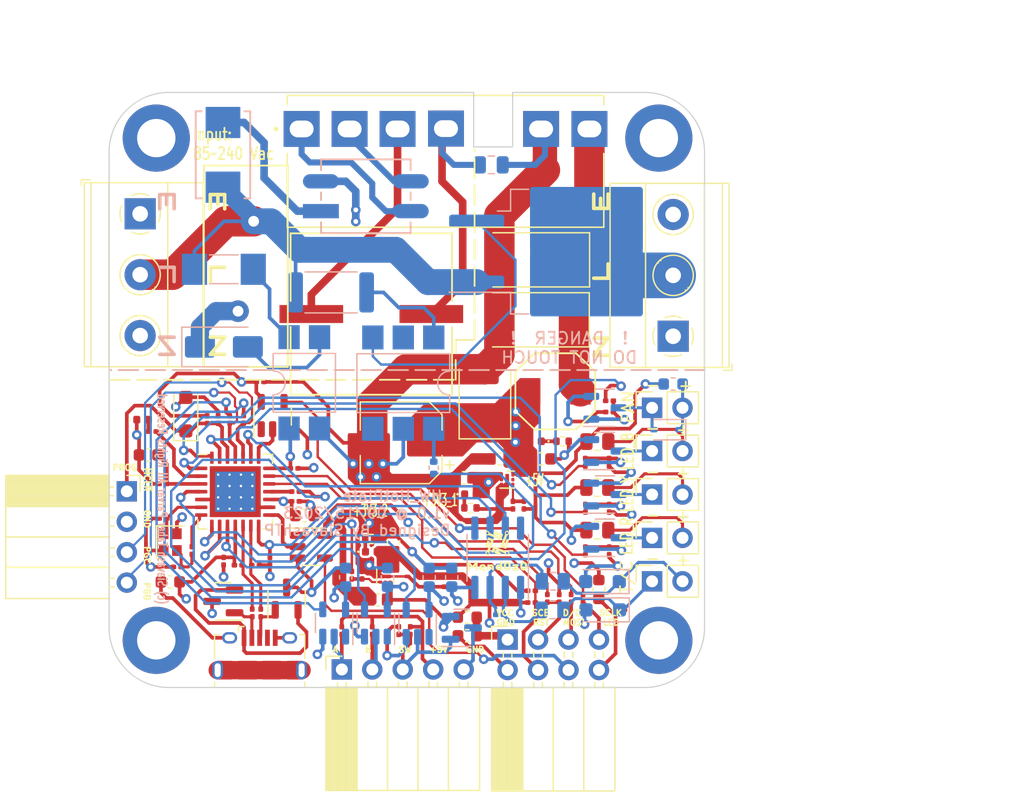
<source format=kicad_pcb>
(kicad_pcb (version 20221018) (generator pcbnew)
  (layers (0 "F.Cu" signal) (1 "In1.Cu" signal) (2 "In2.Cu" signal) (31 "B.Cu" signal) (34 "B.Paste" user) (35 "F.Paste" user) (36 "B.SilkS" user "B.Silkscreen") (37 "F.SilkS" user "F.Silkscreen") (38 "B.Mask" user) (39 "F.Mask" user) (44 "Edge.Cuts" user))
  (net 0 "")
  (net 1 "GND")
  (net 2 "/BLOCK DIAGRAM/MCU/PIC_OSC1")
  (net 3 "Net-(C302-Pad1)")
  (net 4 "/BLOCK DIAGRAM/ISOLATED TRAIC DRIVER/+3V3_1")
  (net 5 "/BLOCK DIAGRAM/MCU/PIC_~{MCLR}")
  (net 6 "/BLOCK DIAGRAM/MCU/PIC_VDDCORE")
  (net 7 "+5V")
  (net 8 "/BLOCK DIAGRAM/PWR /LS05_-VCAP")
  (net 9 "/BLOCK DIAGRAM/PCD8544 Driver/+3V3_2")
  (net 10 "/BLOCK DIAGRAM/PCD8544 Driver/VCC")
  (net 11 "/BLOCK DIAGRAM/THERMOCOUPLE DRIVER/MAX_T+")
  (net 12 "/BLOCK DIAGRAM/THERMOCOUPLE DRIVER/MAX_T-")
  (net 13 "/BLOCK DIAGRAM/PCD8544 Driver/RST")
  (net 14 "/BLOCK DIAGRAM/Rotary Encoder + PB Driver/KEY-040_SW")
  (net 15 "/BLOCK DIAGRAM/THERMOCOUPLE DRIVER/T+")
  (net 16 "/BLOCK DIAGRAM/THERMOCOUPLE DRIVER/T-")
  (net 17 "/BLOCK DIAGRAM/ISOLATED TRAIC DRIVER/N")
  (net 18 "Net-(LED301-Pad2)")
  (net 19 "Earth_Protective")
  (net 20 "/BLOCK DIAGRAM/PCD8544 Driver/LED")
  (net 21 "/BLOCK DIAGRAM/PCD8544 Driver/SCLK")
  (net 22 "/BLOCK DIAGRAM/FAN DRIVER (12V)/FAN_+")
  (net 23 "/BLOCK DIAGRAM/FAN DRIVER (12V)/FAN_-")
  (net 24 "/BLOCK DIAGRAM/MCU/MAX31855_~{CS}")
  (net 25 "/BLOCK DIAGRAM/PWR /LS05_+VCAP")
  (net 26 "/BLOCK DIAGRAM/MCU/PIC18_ICSPPGC")
  (net 27 "/BLOCK DIAGRAM/MCU/PIC18_ICSPPGD")
  (net 28 "/BLOCK DIAGRAM/ISOLATED TRAIC DRIVER/L_IN")
  (net 29 "/BLOCK DIAGRAM/ISOLATED TRAIC DRIVER/L_OUT")
  (net 30 "/BLOCK DIAGRAM/LEDS DRIVER/LED_RED_+")
  (net 31 "/BLOCK DIAGRAM/LEDS DRIVER/LED_AMBER_+")
  (net 32 "/BLOCK DIAGRAM/LEDS DRIVER/LED_BLUE_+")
  (net 33 "/BLOCK DIAGRAM/MCU/SPI_SCK")
  (net 35 "/BLOCK DIAGRAM/PCD8544 Driver/SCE")
  (net 36 "/BLOCK DIAGRAM/PCD8544 Driver/D{slash}C")
  (net 37 "/BLOCK DIAGRAM/PCD8544 Driver/MOSI")
  (net 38 "/BLOCK DIAGRAM/Rotary Encoder + PB Driver/KEY-040_A")
  (net 39 "/BLOCK DIAGRAM/Rotary Encoder + PB Driver/KEY-040_B")
  (net 40 "/BLOCK DIAGRAM/USB DRIVER/VBUS")
  (net 41 "Net-(Q801-Pad1)")
  (net 42 "/BLOCK DIAGRAM/LEDS DRIVER/LED_RED_-")
  (net 43 "/BLOCK DIAGRAM/LEDS DRIVER/LED_AMBER_-")
  (net 44 "/BLOCK DIAGRAM/LEDS DRIVER/LED_BLUE_-")
  (net 45 "/BLOCK DIAGRAM/MCU/PIC_OSC2")
  (net 46 "Net-(U301-RA3{slash}AN3{slash}VREF+{slash}C1INB)")
  (net 47 "/BLOCK DIAGRAM/MCU/EN_PWR")
  (net 48 "/BLOCK DIAGRAM/ISOLATED TRAIC DRIVER/MAIN_STROBE")
  (net 49 "/BLOCK DIAGRAM/ISOLATED TRAIC DRIVER/EN_TRIAC")
  (net 50 "/BLOCK DIAGRAM/LEDS DRIVER/SIG_LED_RED")
  (net 51 "/BLOCK DIAGRAM/LEDS DRIVER/SIG_LED_AMBER")
  (net 52 "/BLOCK DIAGRAM/LEDS DRIVER/SIG_LED_BLUE")
  (net 53 "/BLOCK DIAGRAM/MCU/PCD8544_~{CE}")
  (net 54 "/BLOCK DIAGRAM/MCU/PCD8544_D{slash}C")
  (net 55 "/BLOCK DIAGRAM/MCU/ENCODER_PB")
  (net 56 "/BLOCK DIAGRAM/MCU/USB_DM")
  (net 57 "/BLOCK DIAGRAM/MCU/USB_DP")
  (net 58 "/BLOCK DIAGRAM/FAN DRIVER (12V)/EN_FAN")
  (net 59 "/BLOCK DIAGRAM/MCU/PIC_SDO1")
  (net 60 "/BLOCK DIAGRAM/MCU/PIC_SCK1")
  (net 61 "/BLOCK DIAGRAM/MCU/MAX31855_SO")
  (net 64 "/BLOCK DIAGRAM/PWR /LS05_ACN")
  (net 65 "/BLOCK DIAGRAM/PWR /LS05_ACL")
  (net 66 "Net-(D501-Pad2)")
  (net 67 "Net-(MOD1101-+VO)")
  (net 68 "Net-(J1001-D-)")
  (net 69 "Net-(J1001-D+)")
  (net 71 "Net-(L1101-Pad1)")
  (net 72 "Net-(LED1101-Pad1)")
  (net 73 "Net-(LED1102-Pad1)")
  (net 74 "Net-(LED1103-Pad1)")
  (net 75 "Net-(Q501-Pad3)")
  (net 76 "Net-(Q901-Pad1)")
  (net 77 "Net-(Q902-Pad1)")
  (net 78 "Net-(Q903-Pad1)")
  (net 79 "Net-(R502-Pad1)")
  (net 80 "Net-(R503-Pad2)")
  (net 81 "Net-(R504-Pad2)")
  (net 82 "Net-(U701-Y)")
  (net 83 "Net-(U702-Y)")
  (net 84 "Net-(U704-Y)")
  (net 85 "/BLOCK DIAGRAM/PWR /MIC5528_EN_1")
  (net 86 "/BLOCK DIAGRAM/PWR /MIC5528_EN_2")
  (footprint "TerminalBlock_Phoenix:TerminalBlock_Phoenix_MKDS-1,5-3-5.08_1x03_P5.08mm_Horizontal" (layer "F.Cu") (at 162.4838 147.3454 90)
    (fp_text reference "J501" hide)
    (fp_text value "TERM_3POS_5.08MM_SIDE" hide)
  )
  (footprint "Resistor_SMD:R_0201_0603Metric" (layer "F.Cu") (at 140.5636 171.9072 -90)
    (fp_text reference "R705" hide)
    (fp_text value "10KR_1/20W" hide)
  )
  (footprint "Connector_PinSocket_2.54mm:PinSocket_1x05_P2.54mm_Horizontal" (layer "F.Cu") (at 134.854 175.1526 90)
    (fp_text reference "J701" hide)
    (fp_text value "RCPT_5POS_2.54MM_RA" hide)
  )
  (footprint "MountingHole:MountingHole_3.2mm_M3_DIN965_Pad_TopBottom" (layer "F.Cu") (at 119.38 130.81)
    (fp_text reference "MH1201" hide)
    (fp_text value "M3" hide)
  )
  (footprint "Package_TO_SOT_SMD:SOT-23-5" (layer "F.Cu") (at 132.3087 164.9071)
    (fp_text reference "U303" hide)
    (fp_text value "SN74LVC1G17DBVR" hide)
  )
  (footprint "Capacitor_SMD:C_0603_1608Metric" (layer "F.Cu") (at 151.4856 157.5816)
    (fp_text reference "C1101" hide)
    (fp_text value "100nF/50V")
  )
  (footprint "Connector_PinSocket_2.54mm:PinSocket_1x04_P2.54mm_Horizontal" (layer "F.Cu") (at 116.922 160.2848)
    (fp_text reference "J301" hide)
    (fp_text value "MHDR_4POS_2.54MM_RA" hide)
  )
  (footprint "Capacitor_SMD:C_0603_1608Metric" (layer "F.Cu") (at 131.7499 162.3163)
    (fp_text reference "C307" hide)
    (fp_text value "10uF/16V" hide)
  )
  (footprint "Capacitor_SMD:C_0201_0603Metric" (layer "F.Cu") (at 139.5984 171.9072 90)
    (fp_text reference "C703" hide)
    (fp_text value "100nF/6V3" hide)
  )
  (footprint "Connector_PinSocket_2.54mm:PinSocket_1x02_P2.54mm_Vertical" (layer "F.Cu") (at 160.7258 164.1684 90)
    (fp_text reference "J901" hide)
    (fp_text value "RCPT_2POS_2.54MM_VERT" hide)
  )
  (footprint "Capacitor_SMD:C_0201_0603Metric" (layer "F.Cu") (at 130.9879 161.1225)
    (fp_text reference "C308" hide)
    (fp_text value "100nF/6V3" hide)
  )
  (footprint "Resistor_SMD:R_0201_0603Metric" (layer "F.Cu") (at 155.1686 161.6964 90)
    (fp_text reference "R905" hide)
    (fp_text value "100R_1/20W" hide)
  )
  (footprint "Resistor_SMD:R_0201_0603Metric" (layer "F.Cu") (at 155.166386 165.254945 90)
    (fp_text reference "R904" hide)
    (fp_text value "100R_1/20W" hide)
  )
  (footprint "Resistor_SMD:R_0201_0603Metric" (layer "F.Cu") (at 157.1498 161.6964 -90)
    (fp_text reference "R908" hide)
    (fp_text value "10KR_1/20W" hide)
  )
  (footprint "Resistor_SMD:R_0201_0603Metric" (layer "F.Cu") (at 157.1752 153.67 180)
    (fp_text reference "R802" hide)
    (fp_text value "10KR_1/20W" hide)
  )
  (footprint "Resistor_SMD:R_0201_0603Metric" (layer "F.Cu") (at 154.9654 169.2148 -90)
    (fp_text reference "R605" hide)
    (fp_text value "49R9_1/20W" hide)
  )
  (footprint "Resistor_SMD:R_0201_0603Metric" (layer "F.Cu") (at 126.6698 154.2796 -90)
    (fp_text reference "R704" hide)
    (fp_text value "100R_1/20W" hide)
  )
  (footprint "Diode_SMD:D_SOD-123F" (layer "F.Cu") (at 121.8438 153.8478 90)
    (fp_text reference "D301" hide)
    (fp_text value "SMF3.3" hide)
  )
  (footprint "Resistor_SMD:R_0201_0603Metric" (layer "F.Cu") (at 153.9748 169.2148 -90)
    (fp_text reference "R604" hide)
    (fp_text value "100R_1/20W" hide)
  )
  (footprint "Resistor_SMD:R_0201_0603Metric" (layer "F.Cu") (at 125.5014 154.295193 -90)
    (fp_text reference "R702" hide)
    (fp_text value "100R_1/20W" hide)
  )
  (footprint "Resistor_SMD:R_0402_1005Metric" (layer "F.Cu") (at 137.3124 164.2618)
    (fp_text reference "R1108" hide)
    (fp_text value "330R_1/10W" hide)
  )
  (footprint "Capacitor_SMD:C_0201_0603Metric" (layer "F.Cu") (at 124.9934 166.116 -90)
    (fp_text reference "C309" hide)
    (fp_text value "100nF/6V3" hide)
  )
  (footprint "Package_DFN_QFN:DFN-6-1EP_1.2x1.2mm_P0.4mm_EP0.3x0.94mm_PullBack" (layer "F.Cu") (at 138.4744 167.386 -90)
    (fp_text reference "U1102" hide)
    (fp_text value "MIC5528-3.3YMT-TR")
  )
  (footprint "Package_DFN_QFN:QFN-28-1EP_6x6mm_P0.65mm_EP4.25x4.25mm_ThermalVias" (layer "F.Cu") (at 125.9662 160.3172)
    (fp_text reference "U301" hide)
    (fp_text value "PIC18F24J50-I/ML")
  )
  (footprint "Capacitor_Tantalum_SMD:CP_EIA-7343-30_AVX-N" (layer "F.Cu") (at 151.1046 140.97 180)
    (fp_text reference "TC1102" hide)
    (fp_text value "220uF/16V")
  )
  (footprint "Resistor_SMD:R_0201_0603Metric" (layer "F.Cu") (at 155.1584 157.861 90)
    (fp_text reference "R906" hide)
    (fp_text value "100R_1/20W" hide)
  )
  (footprint "Capacitor_SMD:C_0201_0603Metric" (layer "F.Cu") (at 128.0414 151.1554)
    (fp_text reference "C311" hide)
    (fp_text value "100nF/6V3" hide)
  )
  (footprint "Connector_PinSocket_2.54mm:PinSocket_1x02_P2.54mm_Vertical" (layer "F.Cu") (at 160.7258 153.3148 90)
    (fp_text reference "J801" hide)
    (fp_text value "RCPT_2POS_2.54MM_VERT" hide)
  )
  (footprint "Fiducial:Fiducial_0.5mm_Mask1mm" (layer "F.Cu") (at 125.5776 129.5146)
    (fp_text reference "FD1201" hide)
    (fp_text value "~" hide)
  )
  (footprint "Package_DFN_QFN:DFN-6-1EP_1.2x1.2mm_P0.4mm_EP0.3x0.94mm_PullBack" (layer "F.Cu") (at 148.6408 159.3088)
    (fp_text reference "U1101" hide)
    (fp_text value "MIC5528-3.3YMT-TR")
  )
  (footprint "LED_SMD:LED_0402_1005Metric" (layer "F.Cu") (at 145.5798 160.523606)
    (fp_text reference "LED1102" hide)
    (fp_text value "AMBER" hide)
  )
  (footprint "LED_SMD:LED_0402_1005Metric" (layer "F.Cu") (at 137.3124 165.3286)
    (fp_text reference "LED1103" hide)
    (fp_text value "AMBER" hide)
  )
  (footprint "Resistor_SMD:R_0201_0603Metric" (layer "F.Cu") (at 137.3886 171.9072 -90)
    (fp_text reference "R703" hide)
    (fp_text value "10KR_1/20W" hide)
  )
  (footprint "MountingHole:MountingHole_3.2mm_M3_DIN965_Pad_TopBottom" (layer "F.Cu") (at 161.29 172.72)
    (fp_text reference "MH1204" hide)
    (fp_text value "M3" hide)
  )
  (footprint "Resistor_SMD:R_0201_0603Metric" (layer "F.Cu") (at 136.5416 167.2812 90)
    (fp_text reference "R1107" hide)
    (fp_text value "10KR_1/20W" hide)
  )
  (footprint "Resistor_SMD:R_0805_2012Metric" (layer "F.Cu") (at 156.1592 159.9692)
    (fp_text reference "R902" hide)
    (fp_text value "680R_1/8W" hide)
  )
  (footprint "Capacitor_Tantalum_SMD:CP_EIA-7343-30_AVX-N" (layer "F.Cu") (at 151.0792 145.9738 180)
    (fp_text reference "TC1101" hide)
    (fp_text value "220uF/16V")
  )
  (footprint "Resistor_SMD:R_0805_2012Metric" (layer "F.Cu") (at 156.1592 163.5252)
    (fp_text reference "R901" hide)
    (fp_text value "680R_1/8W" hide)
  )
  (footprint "Capacitor_SMD:C_0201_0603Metric" (layer "F.Cu") (at 134.0866 162.7124)
    (fp_text reference "C303" hide)
    (fp_text value "100nF/6V3" hide)
  )
  (footprint "Capacitor_SMD:C_0603_1608Metric" (layer "F.Cu") (at 148.0058 157.5816 180)
    (fp_text reference "C1103" hide)
    (fp_text value "10uF/16V" hide)
  )
  (footprint "Resistor_SMD:R_0201_0603Metric" (layer "F.Cu") (at 123.6218 154.305 -90)
    (fp_text reference "R302" hide)
    (fp_text value "10KR_1/20W" hide)
  )
  (footprint "Diode_SMD:D_SMB" (layer "F.Cu") (at 146.7866 152.2476 90)
    (fp_text reference "D1101" hide)
    (fp_text value "SMBJ7.0A" hide)
  )
  (footprint "Resistor_SMD:R_0201_0603Metric" (layer "F.Cu") (at 126.2126 166.4483)
    (fp_text reference "R1001" hide)
    (fp_text value "1K5R_1/20W" hide)
  )
  (footprint "Connector_PinSocket_2.54mm:PinSocket_1x02_P2.54mm_Vertical" (layer "F.Cu") (at 160.7258 160.5538 90)
    (fp_text reference "J902" hide)
    (fp_text value "RCPT_2POS_2.54MM_VERT" hide)
  )
  (footprint "Capacitor_SMD:C_0603_1608Metric" (layer "F.Cu") (at 137.8712 169.3418 180)
    (fp_text reference "C1105" hide)
    (fp_text value "10uF/16V" hide)
  )
  (footprint "Resistor_SMD:R_0201_0603Metric" (layer "F.Cu") (at 130.9879 160.3097 180)
    (fp_text reference "R706" hide)
    (fp_text value "100R_1/20W" hide)
  )
  (footprint "Resistor_SMD:R_0201_0603Metric" (layer "F.Cu") (at 128.8542 166.116 90)
    (fp_text reference "R401" hide)
    (fp_text value "10KR_1/20W" hide)
  )
  (footprint "Connector_PinSocket_2.54mm:PinSocket_2x04_P2.54mm_Horizontal" (layer "F.Cu") (at 148.677 172.6576 90)
    (fp_text reference "J601" hide)
    (fp_text value "RCPT_8POS_2ROW_2.54MM_RA" hide)
  )
  (footprint "Resistor_SMD:R_0402_1005Metric" (layer "F.Cu") (at 145.5798 161.666606)
    (fp_text reference "R1105" hide)
    (fp_text value "330R_1/10W" hide)
  )
  (footprint "LED_SMD:LED_0402_1005Metric" (layer "F.Cu") (at 151.003 156.1084 180)
    (fp_text reference "LED1101" hide)
    (fp_text value "GREEN" hide)
  )
  (footprint "Resistor_SMD:R_0201_0603Metric" (layer "F.Cu") (at 127.381 170.434 90)
    (fp_text reference "R1003" hide)
    (fp_text value "49R9_1/20W" hide)
  )
  (footprint "Capacitor_SMD:C_0603_1608Metric" (layer "F.Cu") (at 120.5484 167.8432 180)
    (fp_text reference "C310" hide)
    (fp_text value "10uF/16V" hide)
  )
  (footprint "Fuse:Fuse_0603_1608Metric" (layer "F.Cu") (at 145.3134 170.7896)
    (fp_text reference "RT601" hide)
    (fp_text value "30mA_30V")
  )
  (footprint "Resistor_SMD:R_0201_0603Metric" (layer "F.Cu") (at 149.1234 161.438006 -90)
    (fp_text reference "R1104" hide)
    (fp_text value "10KR_1/20W" hide)
  )
  (footprint "Capacitor_SMD:C_0201_0603Metric" (layer "F.Cu") (at 121.1309 166.5947 180)
    (fp_text reference "C302" hide)
    (fp_text value "12pF/50V" hide)
  )
  (footprint "Capacitor_SMD:C_0201_0603Metric" (layer "F.Cu") (at 119.9389 162.5449 180)
    (fp_text reference "C301" hide)
    (fp_text value "12pF/50V" hide)
  )
  (footprint "Capacitor_SMD:C_0201_0603Metric" (layer "F.Cu") (at 119.9388 159.6644 180)
    (fp_text reference "C306" hide)
    (fp_text value "100nF/6V3" hide)
  )
  (footprint "Resistor_SMD:R_0201_0603Metric" (layer "F.Cu") (at 128.0922 170.434 90)
    (fp_text reference "R1004" hide)
    (fp_text value "49R9_1/20W" hide)
  )
  (footprint "Package_TO_SOT_SMD:SOT-23" (layer "F.Cu") (at 124.968 169.4688 180)
    (fp_text reference "U1001" hide)
    (fp_text value "DLPT05A-7" hide)
  )
  (footprint "Fuse:Fuse_0603_1608Metric" (layer "F.Cu") (at 156.2862 168.4782 -90)
    (fp_text reference "RT602" hide)
    (fp_text value "100mA_15V")
  )
  (footprint "Resistor_SMD:R_0201_0603Metric" (layer "F.Cu") (at 157.1498 165.2524 -90)
    (fp_text reference "R907" hide)
    (fp_text value "10KR_1/20W" hide)
  )
  (footprint "Resistor_SMD:R_0201_0603Metric" (layer "F.Cu") (at 119.0523 155.2956 180)
    (fp_text reference "R303" hide)
    (fp_text value "100R_1/20W" hide)
  )
  (footprint "_PCBLIB_HotPlate:CAP_S-V_12P5X13P5_RUB" (layer "F.Cu") (at 137.3124 145.4912)
    (fp_text reference "EC1102" hide)
    (fp_text value "10uF/400V")
  )
  (footprint "Resistor_SMD:R_0201_0603Metric" (layer "F.Cu") (at 152.9842 169.2148 -90)
    (fp_text reference "R602" hide)
    (fp_text value "10KR_1/20W" hide)
  )
  (footprint "Resistor_SMD:R_0201_0603Metric" (layer "F.Cu") (at 150.0378 161.434941 90)
    (fp_text reference "R1103" hide)
    (fp_text value "10KR_1/20W" hide)
  )
  (footprint "Resistor_SMD:R_0805_2012Metric" (layer "F.Cu") (at 156.164228 156.1338)
    (fp_text reference "R903" hide)
    (fp_text value "330R_1/8W" hide)
  )
  (footprint "Resistor_SMD:R_0201_0603Metric" (layer "F.Cu") (at 157.1396 157.861 -90)
    (fp_text reference "R909" hide)
    (fp_text value "10KR_1/20W" hide)
  )
  (footprint "Connector_PinSocket_2.54mm:PinSocket_1x02_P2.54mm_Vertical" (layer "F.Cu") (at 160.7258 156.9216 90)
    (fp_text reference "J903" hide)
    (fp_text value "RCPT_2POS_2.54MM_VERT" hide)
  )
  (footprint "TerminalBlock_Phoenix:TerminalBlock_Phoenix_MKDS-1,5-3-5.08_1x03_P5.08mm_Horizontal" (layer "F.Cu") (at 118.0336 137.1296 -90)
    (fp_text reference "J502" hide)
    (fp_text value "TERM_3POS_5.08MM_SIDE" hide)
  )
  (footprint "LED_SMD:LED_0402_1005Metric" (layer "F.Cu") (at 118.237 154.305)
    (fp_text reference "LED301" hide)
    (fp_text value "RED" hide)
  )
  (footprint "MountingHole:MountingHole_3.2mm_M3_DIN965_Pad_TopBottom" (layer "F.Cu") (at 161.29 130.81)
    (fp_text reference "MH1202" hide)
    (fp_text value "M3" hide)
  )
  (footprint "Capacitor_SMD:C_0201_0603Metric" (layer "F.Cu") (at 150.6728 168.5798 180)
    (fp_text reference "C602" hide)
    (fp_text value "100nF/6V3" hide)
  )
  (footprint "Capacitor_SMD:C_0603_1608Metric" (layer "F.Cu") (at 145.0464 159.152006 180)
    (fp_text reference "C1104" hide)
    (fp_text value "10uF/16V" hide)
  )
  (footprint "Resistor_SMD:R_0201_0603Metric" (layer "F.Cu") (at 135.6868 167.2844 -90)
    (fp_text reference "R1106" hide)
    (fp_text value "100R_1/20W" hide)
  )
  (footprint "MountingHole:MountingHole_3.2mm_M3_DIN965_Pad_TopBottom" (layer "F.Cu") (at 119.38 172.72)
    (fp_text reference "MH1203" hide)
    (fp_text value "M3" hide)
  )
  (footprint "Resistor_SMD:R_0201_0603Metric" (layer "F.Cu") (at 130.8862 158.369 180)
    (fp_text reference "R501" hide)
    (fp_text value "10KR_1/20W" hide)
  )
  (footprint "Resistor_SMD:R_0402_1005Metric" (layer "F.Cu") (at 153.2636 156.1084)
    (fp_text reference "R1102" hide)
    (fp_text value "330R_1/10W" hide)
  )
  (footprint "_PCBLIB_HotPlate:IND_6045_TDK" (layer "F.Cu") (at 152.654 151.9428 180)
    (fp_text reference "L1102" hide)
    (fp_text value "4.7uH_2.5A")
  )
  (footprint "Capacitor_SMD:C_0603_1608Metric" (layer "F.Cu") (at 139.1666 164.5412 90)
    (fp_text reference "C1106" hide)
    (fp_text value "10uF/16V" hide)
  )
  (footprint "_PCBLIB_HotPlate:Mend0z0_Logo" (layer "F.Cu") (at 145.328484 163.596057)
    (fp_text reference "TXT1201" hide)
    (fp_text value "~")
  )
  (footprint "Crystal:Crystal_SMD_2016-4Pin_2.0x1.6mm" (layer "F.Cu") (at 120.5485 164.5261 -90)
    (fp_text reference "X301" hide)
    (fp_text value "16MHz/10ppm" hide)
  )
  (footprint "Package_TO_SOT_SMD:SOT-23-5" (layer "F.Cu") (at 129.0829 153.9597 90)
    (fp_text reference "U302" hide)
    (fp_text value "SN74LVC1G17DBVR" hide)
  )
  (footprint "Fiducial:Fiducial_0.5mm_Mask1mm" (layer "F.Cu") (at 158.4198 170.18)
    (fp_text reference "FD1202" hide)
    (fp_text value "~" hide)
  )
  (footprint "Connector_USB:USB_Micro-B_Amphenol_10118194_Horizontal" (layer "F.Cu") (at 128 173.9092)
    (fp_text reference "J1001" hide)
    (fp_text value "MICRO B USB_RA" hide)
  )
  (footprint "Package_TO_SOT_SMD:SOT-23" (layer "F.Cu") (at 130.2512 169.2402 90)
    (fp_text reference "U1002" hide)
    (fp_text value "DLPT05A-7" hide)
  )
  (footprint "Resistor_SMD:R_0201_0603Metric" (layer "F.Cu") (at 122.3501 165.2231 90)
    (fp_text reference "R301" hide)
    (fp_text value "49R9_1/20W" hide)
  )
  (footprint "Capacitor_SMD:C_0603_1608Metric" (layer "F.Cu") (at 145.3134 172.339 180)
    (fp_text reference "C601" hide)
    (fp_text value "10uF/16V" hide)
  )
  (footprint "Capacitor_SMD:CP_Elec_6.3x7.7" (layer "F.Cu") (at 139.8016 156.2354 180)
    (fp_text reference "EC1101" hide)
    (fp_text value "100uF/35V" hide)
  )
  (footprint "Resistor_SMD:R_0201_0603Metric" (layer "F.Cu") (at 151.9936 169.2148 -90)
    (fp_text reference "R603" hide)
    (fp_text value "100R_1/20W" hide)
  )
  (footprint "Connector_PinSocket_2.54mm:PinSocket_1x02_P2.54mm_Vertical" (layer "F.Cu") (at 160.7258 167.7928 90)
    (fp_text reference "J401" hide)
    (fp_text value "RCPT_2POS_2.54MM_VERT" hide)
  )
  (footprint "Capacitor_SMD:C_0603_1608Metric" (layer "F.Cu") (at 118.7196 157.2514 180)
    (fp_text reference "C305" hide)
    (fp_text value "10uF/16V" hide)
  )
  (footprint "_PCBLIB_HotPlate:CONV_LS05-13B05R3" (layer "F.Cu") (at 143.5004 130.048)
    (fp_text reference "MOD1101" hide)
    (fp_text value "LS05-13B05R3")
  )
  (footprint "Resistor_SMD:R_0201_0603Metric" (layer "F.Cu") (at 127.6604 166.4462 180)
    (fp_text reference "R1002" hide)
    (fp_text value "1K5R_1/20W" hide)
  )
  (footprint "Capacitor_SMD:C_0201_0603Metric" (layer "F.Cu") (at 124.5362 154.2947 90)
    (fp_text reference "C304" hide)
    (fp_text value "100nF/6V3" hide)
  )
  (footprint "Varistor:RV_Disc_D16.5mm_W6.7mm_P7.5mm" (layer "F.Cu") (at 127.4976 137.7534 -90)
    (fp_text reference "RV1101" hide)
    (fp_text value "B72214P2351K101" hide)
  )
  (footprint "Capacitor_SMD:C_0201_0603Metric" (layer "F.Cu") (at 143.7132 168.2496 180)
    (fp_text reference "C403" hide)
    (fp_text value "100nF/6V3" hide)
  )
  (footprint "Resistor_SMD:R_0201_0603Metric" (layer "F.Cu") (at 150.6728 169.5704)
    (fp_text reference "R601" hide)
    (fp_text value "10KR_1/20W" hide)
  )
  (footprint "Resistor_SMD:R_0201_0603Metric" (layer "F.Cu") (at 134.8486 171.9072 -90)
    (fp_text reference "R701" hide)
    (fp_text value "10KR_1/20W" hide)
  )
  (footprint "Resistor_SMD:R_0201_0603Metric" (layer "F.Cu") (at 157.1752 152.7302)
    (fp_text reference "R801" hide)
    (fp_text value "100R_1/20W" hide)
  )
  (footprint "_PCBLIB_HotPlate:IND_50XXXC_MUR" (layer "B.Cu") (at 136.8552 135.6614)
    (fp_text reference "L1101" hide)
    (fp_text value "50475C" hide)
  )
  (footprint "Package_TO_SOT_SMD:SOT-23-5" (layer "B.Cu") (at 137.6934 171.2722 90)
    (fp_text reference "U702" hide)
    (fp_text value "SN74LVC1G17DBVR" hide)
  )
  (footprint "Resistor_SMD:R_2512_6332Metric" (layer "B.Cu") (at 133.9596 143.6878)
    (fp_text reference "R503" hide)
    (fp_text value "3KR_2W")
  )
  (footprint "Package_TO_SOT_SMD:SOT-23" (layer "B.Cu") (at 144.8562 171.6786)
    (fp_text reference "U703" hide)
    (fp_text value "DLPT05A-7" hide)
  )
  (footprint "Package_TO_SOT_SMD:TO-263-2" (layer "B.Cu") (at 153.7508 140.2842)
    (fp_text reference "Q501" hide)
    (fp_text value "T2050H-6G-TR" hide)
  )
  (footprint "Capacitor_SMD:C_0603_1608Metric" (layer "B.Cu") (at 142.1384 167.4622 90)
    (fp_text reference "C704" hide)
    (fp_text value "10uF/16V" hide)
  )
  (footprint "Diode_SMD:D_SMA" (layer "B.Cu") (at 125.0188 148.2344)
    (fp_text reference "D501" hide)
    (fp_text value "S1J_600V_1A")
  )
  (footprint "Resistor_SMD:R_0805_2012Metric" (layer "B.Cu") (at 152.4254 170.18 180)
    (fp_text reference "R403" hide)
    (fp_text value "1R_1/2W" hide)
  )
  (footprint "Diode_SMD:D_SOD-123F" (layer "B.Cu") (at 156.591 167.8178 180)
    (fp_text reference "D401" hide)
    (fp_text value "SMF3.3" hide)
  )
  (footprint "Package_DIP:SMDIP-4_W7.62mm" (layer "B.Cu") (at 131.7244 151.2316 -90)
    (fp_text reference "U501" hide)
    (fp_text value "140817143400" hide)
  )
  (footprint "Package_TO_SOT_SMD:SOT-23-3" (layer "B.Cu") (at 156.7942 160.5534)
    (fp_text reference "Q902" hide)
    (fp_text value "AS3400")
  )
  (footprint "Package_TO_SOT_SMD:SOT-23-3" (layer "B.Cu") (at 156.7942 153.3144)
    (fp_text reference "Q801" hide)
    (fp_text value "AS3400" hide)
  )
  (footprint "Capacitor_SMD:C_0201_0603Metric" (layer "B.Cu") (at 148.0058 170.5864)
    (fp_text reference "C401" hide)
    (fp_text value "10nF/6V3" hide)
  )
  (footprint "Resistor_SMD:R_MELF_MMB-0207" (layer "B.Cu") (at 125.0188 141.7574 180)
    (fp_text reference "R502" hide)
    (fp_text value "100KR_1W")
  )
  (footprint "Capacitor_SMD:C_0603_1608Metric" (layer "B.Cu") (at 144.018 167.4622 90)
    (fp_text reference "C402" hide)
    (fp_text value "10uF/16V" hide)
  )
  (footprint "Package_TO_SOT_SMD:SOT-23-3" (layer "B.Cu") (at 156.7942 156.9212)
    (fp_text reference "Q903" hide)
    (fp_text value "AS3400")
  )
  (footprint "Diode_SMD:D_SOD-323" (layer "B.Cu") (at 161.925 155.1432 180)
    (fp_text reference "D801" hide)
    (fp_text value "BAT60JFILM" hide)
  )
  (footprint "Resistor_SMD:R_0402_1005Metric" (layer "B.Cu") (at 142.5194 158.3202 90)
    (fp_text reference "R504" hide)
    (fp_text value "330R_1/10W" hide)
  )
  (footprint "Diode_SMD:D_SOD-123F" (layer "B.Cu") (at 156.6164 170.18 180)
    (fp_text reference "D402" hide)
    (fp_text value "SMF3.3" hide)
  )
  (footprint "Package_SO:SOIC-8_3.9x4.9mm_P1.27mm" (layer "B.Cu") (at 147.8534 165.8366 90)
    (fp_text reference "U401" hide)
    (fp_text value "MAX31855JASA+T" hide)
  )
  (footprint "_PCBLIB_HotPlate:RES_SMF2_TYCO_TYC" (layer "B.Cu") (at 124.9426 132.207 90)
    (fp_text reference "R1101" hide)
    (fp_text value "15R_2W")
  )
  (footprint "Capacitor_SMD:C_0603_1608Metric" (layer "B.Cu") (at 138.6586 167.4622 90)
    (fp_text reference "C702" hide)
    (fp_text value "10uF/16V" hide)
  )
  (footprint "Package_TO_SOT_SMD:SOT-23-5" (layer "B.Cu") (at 134.2136 171.2722 90)
    (fp_text reference "U701" hide)
    (fp_text value "SN74LVC1G17DBVR" hide)
  )
  (footprint "Resistor_SMD:R_0805_2012Metric" (layer "B.Cu") (at 152.4508 167.7924 180)
    (fp_text reference "R402" hide)
    (fp_text value "1R_1/2W" hide)
  )
  (footprint "Capacitor_SMD:C_0805_2012Metric" (layer "B.Cu") (at 147.32 133.0452 180)
    (fp_text reference "C1102" hide)
    (fp_text value "1nF/450V")
  )
  (footprint "Package_TO_SOT_SMD:SOT-23-5" (layer "B.Cu") (at 141.1732 171.2976 90)
    (fp_text reference "U704" hide)
    (fp_text value "SN74LVC1G17DBVR" hide)
  )
  (footprint "Capacitor_SMD:C_0603_1608Metric" (layer "B.Cu") (at 135.1788 167.4622 90)
    (fp_text reference "C701" hide)
    (fp_text value "10uF/16V" hide)
  )
  (footprint "Package_DIP:SMDIP-6_W7.62mm" (layer "B.Cu") (at 139.9794 151.257 90)
    (fp_text reference "U502" hide)
    (fp_text value "MOC3022S" hide)
  )
  (footprint "Fuse:Fuse_0603_1608Metric" (layer "B.Cu") (at 162.4838 151.3332)
    (fp_text reference "RT801" hide)
    (fp_text value "100mA_15V")
  )
  (footprint "Package_TO_SOT_SMD:SOT-23-3" (layer "B.Cu") (at 156.7942 164.1602)
    (fp_text reference "Q901" hide)
    (fp_text value "AS3400")
  )
  (gr_line (start 165.1254 150.1648) (end 115.4938 150.1648) (stroke (width 0.15) (type dash)) (layer "B.SilkS"))
  (gr_line (start 144.3482 150.9776) (end 144.3482 147.6502) (stroke (width 0.15) (type dash)) (layer "F.SilkS"))
  (gr_line (start 144.3482 147.6502) (end 145.923 147.6502) (stroke (width 0.15) (type dash)) (layer "F.SilkS"))
  (gr_line (start 115.5192 150.9776) (end 144.3482 150.9776) (stroke (width 0.15) (type dash)) (layer "F.SilkS"))
  (gr_line (start 145.923 147.6502) (end 145.923 131.7498) (stroke (width 0.15) (type dash)) (layer "F.SilkS"))
  (gr_arc (start 165.1 171.657) (mid 163.635534 175.192533) (end 160.1 176.657) (stroke (width 0.1)) (layer "Edge.Cuts"))
  (gr_line (start 160.1 176.657) (end 120.443 176.657) (stroke (width 0.1)) (layer "Edge.Cuts"))
  (gr_line (start 145.8468 127) (end 120.443 127) (stroke (width 0.1)) (layer "Edge.Cuts"))
  (gr_line (start 149.098 131.5466) (end 145.8468 131.5466) (stroke (width 0.1)) (layer "Edge.Cuts"))
  (gr_arc (start 115.443 132) (mid 116.907466 128.464467) (end 120.443 127) (stroke (width 0.1)) (layer "Edge.Cuts"))
  (gr_line (start 115.443 171.657) (end 115.443 132) (stroke (width 0.1)) (layer "Edge.Cuts"))
  (gr_line (start 160.1 127) (end 149.098 127) (stroke (width 0.1)) (layer "Edge.Cuts"))
  (gr_line (start 165.1 132) (end 165.1 171.657) (stroke (width 0.1)) (layer "Edge.Cuts"))
  (gr_arc (start 120.443 176.657) (mid 116.907467 175.192534) (end 115.443 171.657) (stroke (width 0.1)) (layer "Edge.Cuts"))
  (gr_line (start 145.8468 131.5466) (end 145.8468 127) (stroke (width 0.1)) (layer "Edge.Cuts"))
  (gr_arc (start 160.1 127) (mid 163.635533 128.464466) (end 165.1 132) (stroke (width 0.1)) (layer "Edge.Cuts"))
  (gr_line (start 149.098 127) (end 149.098 131.5339) (stroke (width 0.1)) (layer "Edge.Cuts"))
  (gr_text "(c) Siavash Taher Parvar All Rights Reserved" (at 119.4308 160.9344 -90) (layer "B.SilkS") (effects (font (size 0.762 0.508) (thickness 0.127)) (justify bottom mirror)))
  (gr_text "_HW_HotPlate\nv1.0 @ 09/15/2023\nDesigned By SiavashTP" (at 143.9926 164.0586) (layer "B.SilkS") (effects (font (size 0.889 0.889)) (justify left bottom mirror)))
  (gr_text "!  DANGER  !\nDO NOT TOUCH" (at 153.8224 149.7076) (layer "B.SilkS") (effects (font (size 1 1)) (justify bottom mirror)))
  (gr_text "E  L  N" (at 121.031 142.1892 90) (layer "B.SilkS") (effects (font (size 1.2 2.5) (thickness 0.3) bold) (justify bottom mirror)))
  (gr_text "FAN" (at 159.3088 154.7368 90) (layer "F.SilkS") (effects (font (size 1 1)) (justify left bottom)))
  (gr_text "N  L  E" (at 157.2228 142.2654 90) (layer "F.SilkS") (effects (font (size 1.2 2.5) (thickness 0.3) bold) (justify bottom)))
  (gr_text "~{MCLR}    GND    PGC    PGD  " (at 118.3132 164.2364 270) (layer "F.SilkS") (effects (font (size 0.5 0.5) (thickness 0.125)) (justify bottom)))
  (gr_text "+" (at 162.6108 155.702) (layer "F.SilkS") (effects (font (size 1 1)) (justify left bottom)))
  (gr_text "+" (at 162.6108 166.5732) (layer "F.SilkS") (effects (font (size 1 1)) (justify left bottom)))
  (gr_text "-" (at 160.0608 166.4628) (layer "F.SilkS") (effects (font (size 1 1)) (justify left bottom)))
  (gr_text "+5V" (at 150.0632 159.9438) (layer "F.SilkS") (effects (font (size 1 0.5) (thickness 0.125)) (justify left bottom)))
  (gr_text "E  L  N" (at 123.7234 142.1892 270) (layer "F.SilkS") (effects (font (size 1.2 2.5) (thickness 0.3) bold) (justify bottom)))
  (gr_text "-" (at 160.0608 159.2238) (layer "F.SilkS") (effects (font (size 1 1)) (justify left bottom)))
  (gr_text "Input:\n85~240 Vac" (at 122.3518 132.6896) (layer "F.SilkS") (effects (font (size 1 0.762)) (justify left bottom)))
  (gr_text "PROG" (at 116.7638 158.5976) (layer "F.SilkS") (effects (font (size 0.5 0.5) (thickness 0.125)) (justify bottom)))
  (gr_text "-" (at 160.0608 162.8384) (layer "F.SilkS") (effects (font (size 1 1)) (justify left bottom)))
  (gr_text "-" (at 160.0608 155.5916) (layer "F.SilkS") (effects (font (size 1 1)) (justify left bottom)))
  (gr_text "A      B      SW    +5V    GND  " (at 140.7922 173.7868) (layer "F.SilkS") (effects (font (size 0.5 0.5) (thickness 0.125)) (justify bottom)))
  (gr_text "+3V3_2" (at 135.7376 162.4838) (layer "F.SilkS") (effects (font (size 1 0.5) (thickness 0.125)) (justify left bottom)))
  (gr_text "LED_B" (at 159.2834 158.623 90) (layer "F.SilkS") (effects (font (size 1 0.7)) (justify left bottom)))
  (gr_text "LED_Y" (at 159.2326 162.1282 90) (layer "F.SilkS") (effects (font (size 1 0.7)) (justify left bottom)))
  (gr_text "+" (at 162.814 152.019) (layer "F.SilkS") (effects (font (size 1 1)) (justify left bottom)))
  (gr_text "VCC    SCE   D/C    SCLK\nGND    RST   MOSI    LED" (at 147.6756 171.5262) (layer "F.SilkS") (effects (font (size 0.5 0.5) (thickness 0.125)) (justify left bottom)))
  (gr_text "+3V3_1" (at 141.5542 161.5948) (layer "F.SilkS") (effects (font (size 1 0.5) (thickness 0.125)) (justify left bottom)))
  (gr_text "+" (at 162.6108 162.9488) (layer "F.SilkS") (effects (font (size 1 1)) (justify left bottom)))
  (gr_text "+" (at 162.6108 159.3342) (layer "F.SilkS") (effects (font (size 1 1)) (justify left bottom)))
  (gr_text "LED_R" (at 159.2072 165.6842 90) (layer "F.SilkS") (effects (font (size 1 0.7)) (justify left bottom)))
  (gr_text "-" (at 160.0608 151.9848) (layer "F.SilkS") (effects (font (size 1 1)) (justify left bottom)))
  (gr_text "T/C" (at 159.1818 168.9608 90) (layer "F.SilkS") (effects (font (size 1 1)) (justify left bottom)))
  (segment (start 157.538545 162.0164) (end 157.1498 162.0164) (width 0.3048) (layer "F.Cu") (net 1))
  (segment (start 131.6482 151.1554) (end 133.731 153.2382) (width 0.3048) (layer "F.Cu") (net 1))
  (segment (start 146.7866 150.0976) (end 140.2498 150.0976) (width 2.54) (layer "F.Cu") (net 1))
  (segment (start 119.7734 168.7446) (end 120.2182 169.1894) (width 0.3048) (layer "F.Cu") (net 1))
  (segment (start 141.811005 166.410605) (end 140.7225 165.3221) (width 0.3048) (layer "F.Cu") (net 1))
  (segment (start 128.3614 151.1554) (end 131.6482 151.1554) (width 0.3048) (layer "F.Cu") (net 1))
  (segment (start 146.1812 161.758006) (end 146.0898 161.666606) (width 0.3048) (layer "F.Cu") (net 1))
  (segment (start 121.0985 162.8735) (end 121.539 162.433) (width 0.3048) (layer "F.Cu") (net 1))
  (segment (start 118.5164 164.592) (end 118.5164 165.2261) (width 0.3048) (layer "F.Cu") (net 1))
  (segment (start 121.0985 163.8261) (end 121.0985 162.8735) (width 0.3048) (layer "F.Cu") (net 1))
  (segment (start 152.2606 157.5816) (end 153.090033 157.5816) (width 0.3048) (layer "F.Cu") (net 1))
  (segment (start 157.1498 165.8112) (end 157.1498 165.5724) (width 0.3048) (layer "F.Cu") (net 1))
  (segment (start 121.0056 153.2331) (end 121.806 152.4327) (width 0.3048) (layer "F.Cu") (net 1))
  (segment (start 121.806 152.4327) (end 123.3751 152.4327) (width 0.3048) (layer "F.Cu") (net 1))
  (segment (start 118.9189 166.5947) (end 118.5164 166.1922) (width 0.3048) (layer "F.Cu") (net 1))
  (segment (start 117.9446 157.2514) (end 117.9446 155.7652) (width 0.3048) (layer "F.Cu") (net 1))
  (segment (start 133.731 153.2382) (end 133.731 154.9908) (width 0.3048) (layer "F.Cu") (net 1))
  (segment (start 156.151106 153.67) (end 155.363706 154.4574) (width 0.3048) (layer "F.Cu") (net 1))
  (segment (start 117.752 155.5726) (end 117.7544 155.575) (width 0.3048) (layer "F.Cu") (net 1))
  (segment (start 120.8109 166.5947) (end 118.9189 166.5947) (width 0.3048) (layer "F.Cu") (net 1))
  (segment (start 119.6188 159.6644) (end 119.1006 159.6644) (width 0.3048) (layer "F.Cu") (net 1))
  (segment (start 148.0312 160.8328) (end 148.6384 160.2256) (width 0.3048) (layer "F.Cu") (net 1))
  (segment (start 133.731 154.9908) (end 134.9756 156.2354) (width 0.3048) (layer "F.Cu") (net 1))
  (segment (start 139.5984 171.5872) (end 139.0548 171.5872) (width 0.3048) (layer "F.Cu") (net 1))
  (segment (start 118.5164 165.2261) (end 119.9985 165.2261) (width 0.3048) (layer "F.Cu") (net 1))
  (segment (start 157.652086 158.693486) (end 157.1396 158.181) (width 0.3048) (layer "F.Cu") (net 1))
  (segment (start 131.1712 165.8571) (end 131.1712 166.6042) (width 0.3048) (layer "F.Cu") (net 1))
  (segment (start 130.0329 155.0972) (end 131.2466 155.0972) (width 0.3048) (layer "F.Cu") (net 1))
  (segment (start 141.2748 168.2496) (end 143.3932 168.2496) (width 0.3048) (layer "F.Cu") (net 1))
  (segment (start 131.1171 168.3027) (end 131.5212 168.7068) (width 0.3048) (layer "F.Cu") (net 1))
  (segment (start 158.991972 162.2558) (end 157.777945 162.2558) (width 0.3048) (layer "F.Cu") (net 1))
  (segment (start 149.479 168.5798) (end 147.309805 166.410605) (width 0.3048) (layer "F.Cu") (net 1))
  (segment (start 146.7074 173.228) (end 148.677 175.1976) (width 0.3048) (layer "F.Cu") (net 1))
  (segment (start 124.5362 153.5938) (end 124.5362 153.9747) (width 0.3048) (layer "F.Cu") (net 1))
  (segment (start 137.3886 152.9588) (end 137.3886 155.9484) (width 2.54) (layer "F.Cu") (net 1))
  (segment (start 144.5384 172.339) (end 145.4274 173.228) (width 0.3048) (layer "F.Cu") (net 1))
  (segment (start 131.3079 161.1225) (end 132.0903 161.1225) (width 0.3048) (layer "F.Cu") (net 1))
  (segment (start 139.0548 171.5872) (end 138.811 171.831) (width 0.3048) (layer "F.Cu") (net 1))
  (segment (start 123.3751 152.4327) (end 124.5362 153.5938) (width 0.3048) (layer "F.Cu") (net 1))
  (segment (start 147.9921 137.2753) (end 147.9921 148.8921) (width 2.54) (layer "F.Cu") (net 1))
  (segment (start 128.9537 161.6172) (end 127.5162 161.6172) (width 0.3048) (layer "F.Cu") (net 1))
  (segment (start 158.9786 158.693486) (end 157.652086 158.693486) (width 0.3048) (layer "F.Cu") (net 1))
  (segment (start 138.811 171.831) (end 138.6332 172.0088) (width 0.3048) (layer "F.Cu") (net 1))
  (segment (start 148.0312 161.758006) (end 146.1812 161.758006) (width 0.3048) (layer "F.Cu") (net 1))
  (segment (start 153.494317 157.177317) (end 153.7736 156.898033) (width 0.3048) (layer "F.Cu") (net 1))
  (segment (start 151.7904 133.477) (end 147.9921 137.2753) (width 2.54) (layer "F.Cu") (net 1))
  (segment (start 148.6384 160.2256) (end 148.6384 159.574963) (width 0.3048) (layer "F.Cu") (net 1))
  (segment (start 159.025832 162.22194) (end 158.991972 162.2558) (width 0.3048) (layer "F.Cu") (net 1))
  (segment (start 127.5162 161.6172) (end 127.3912 161.7422) (width 0.3048) (layer "F.Cu") (net 1))
  (segment (start 119.0649 162.5449) (end 119.6189 162.5449) (width 0.3048) (layer "F.Cu") (net 1))
  (segment (start 148.0312 161.758006) (end 148.0312 160.8328) (width 0.3048) (layer "F.Cu") (net 1))
  (segment (start 156.8552 153.67) (end 156.151106 153.67) (width 0.3048) (layer "F.Cu") (net 1))
  (segment (start 140.205254 167.386) (end 140.4112 167.386) (width 0.3048) (layer "F.Cu") (net 1))
  (segment (start 117.9446 155.7652) (end 117.7544 155.575) (width 0.3048) (layer "F.Cu") (net 1))
  (segment (start 150.3528 168.5798) (end 149.479 168.5798) (width 0.3048) (layer "F.Cu") (net 1))
  (segment (start 157.861 166.5224) (end 157.1498 165.8112) (width 0.3048) (layer "F.Cu") (net 1))
  (segment (start 151.7904 130.048) (end 151.7904 133.477) (width 2.032) (layer "F.Cu") (net 1))
  (segment (start 132.334 167.767) (end 132.334 168.7068) (width 0.3048) (layer "F.Cu") (net 1))
  (segment (start 145.4274 173.228) (end 146.7074 173.228) (width 0.3048) (layer "F.Cu") (net 1))
  (segment (start 147.9921 148.8921) (end 146.7866 150.0976) (width 2.54) (layer "F.Cu") (net 1))
  (segment (start 119.1006 159.6644) (end 117.9446 158.5084) (width 0.3048) (layer "F.Cu") (net 1))
  (segment (start 132.2324 161.2646) (end 132.2324 161.4323) (width 0.3048) (layer "F.Cu") (net 1))
  (segment (start 118.5164 164.592) (end 118.5164 163.0934) (width 0.3048) (layer "F.Cu") (net 1))
  (segment (start 120.2182 169.1894) (end 120.7516 169.1894) (width 0.3048) (layer "F.Cu") (net 1))
  (segment (start 134.9756 156.2354) (end 137.1016 156.2354) (width 0.3048) (layer "F.Cu") (net 1))
  (segment (start 132.0903 161.1225) (end 132.2324 161.2646) (width 0.3048) (layer "F.Cu") (net 1))
  (segment (start 153.405417 157.266217) (end 153.494317 157.177317) (width 0.3048) (layer "F.Cu") (net 1))
  (segment (start 131.5212 168.7068) (end 132.334 168.7068) (width 0.3048) (layer "F.Cu") (net 1))
  (segment (start 140.7225 165.3221) (end 139.1666 163.7662) (width 0.3048) (layer "F.Cu") (net 1))
  (segment (start 119.7734 167.8432) (end 119.7734 168.7446) (width 0.3048) (layer "F.Cu") (net 1))
  (segment (start 122.9787 160.9672) (end 124.3662 160.9672) (width 0.3048) (layer "F.Cu") (net 1))
  (segment (start 147.309805 166.410605) (end 141.811005 166.410605) (width 0.3048) (layer "F.Cu") (net 1))
  (segment (start 131.2466 155.0972) (end 131.9784 155.829) (width 0.3048) (layer "F.Cu") (net 1))
  (segment (start 131.1712 166.6042) (end 132.334 167.767) (width 0.3048) (layer "F.Cu") (net 1))
  (segment (start 140.4112 167.386) (end 141.2748 168.2496) (width 0.3048) (layer "F.Cu") (net 1))
  (segment (start 117.9446 158.5084) (end 117.9446 157.2514) (width 0.3048) (layer "F.Cu") (net 1))
  (segment (start 153.090033 157.5816) (end 153.494317 157.177317) (width 0.3048) (layer "F.Cu") (net 1))
  (segment (start 124.0305 170.465152) (end 124.0305 169.4688) (width 0.3048) (layer "F.Cu") (net 1))
  (segment (start 155.363706 154.4574) (end 153.7208 154.4574) (width 0.3048) (layer "F.Cu") (net 1))
  (segment (start 132.5249 161.5571) (end 132.5249 162.3163) (width 0.3048) (layer "F.Cu") (net 1))
  (segment (start 124.0714 172.5092) (end 125.5 172.5092) (width 0.3048) (layer "F.Cu") (net 1))
  (segment (start 129.3 172.5092) (end 130.5 172.5092) (width 0.3048) (layer "F.Cu") (net 1))
  (segment (start 131.9784 155.829) (end 131.9784 157.226) (width 0.3048) (layer "F.Cu") (net 1))
  (segment (start 130.2512 168.3027) (end 131.1171 168.3027) (width 0.3048) (layer "F.Cu") (net 1))
  (segment (start 140.2498 150.0976) (end 137.3886 152.9588) (width 2.54) (layer "F.Cu") (net 1))
  (segment (start 124.9934 167.4215) (end 124.9934 166.436) (width 0.3048) (layer "F.Cu") (net 1))
  (segment (start 124.3662 160.9672) (end 124.5412 160.7922) (width 0.3048) (layer "F.Cu") (net 1))
  (segment (start 153.7736 156.898033) (end 153.7736 156.1084) (width 0.3048) (layer "F.Cu") (net 1))
  (segment (start 132.2324 161.2646) (end 132.5249 161.5571) (width 0.3048) (layer "F.Cu") (net 1))
  (segment (start 138.6332 172.0088) (end 138.6332 173.99) (width 0.3048) (layer "F.Cu") (net 1))
  (segment (start 120.7516 169.1894) (end 124.0714 172.5092) (width 0.3048) (layer "F.Cu") (net 1))
  (segment (start 124.039174 170.473826) (end 124.0305 170.465152) (width 0.3048) (layer "F.Cu") (net 1))
  (segment (start 149.1234 161.758006) (end 148.0312 161.758006) (width 0.3048) (layer "F.Cu") (net 1))
  (segment (start 118.5164 163.0934) (end 119.0649 162.5449) (width 0.3048) (layer "F.Cu") (net 1))
  (segment (start 140.205254 167.386) (end 138.4744 167.386) (width 0.2032) (layer "F.Cu") (net 1))
  (segment (start 124.5 175.2092) (end 131.5 175.2092) (width 1.524) (layer "F.Cu") (net 1))
  (segment (start 157.777945 162.2558) (end 157.538545 162.0164) (width 0.3048) (layer "F.Cu") (net 1))
  (segment (start 117.752 154.305) (end 117.752 155.5726) (width 0.3048) (layer "F.Cu") (net 1))
  (segment (start 118.5164 166.1922) (end 118.5164 164.592) (width 0.3048) (layer "F.Cu") (net 1))
  (via (at 159.025832 162.22194) (size 0.8) (drill 0.4) (layers "F.Cu" "B.Cu") (net 1))
  (via (at 137.1092 157.988) (size 0.8) (drill 0.4) (layers "F.Cu" "B.Cu") (net 1))
  (via (at 131.9784 157.226) (size 0.8) (drill 0.4) (layers "F.Cu" "B.Cu") (net 1))
  (via (at 137.7442 159.0802) (size 0.8) (drill 0.4) (layers "F.Cu" "B.Cu") (net 1))
  (via (at 137.1346 166.4462) (size 0.8) (drill 0.4) (layers "F.Cu" "B.Cu") (net 1))
  (via (at 153.405417 157.266217) (size 0.8) (drill 0.4) (layers "F.Cu" "B.Cu") (net 1))
  (via (at 138.6332 173.99) (size 0.8) (drill 0.4) (layers "F.Cu" "B.Cu") (net 1))
  (via (at 158.9786 158.693486) (size 0.8) (drill 0.4) (layers "F.Cu" "B.Cu") (net 1))
  (via (at 135.7884 157.988) (size 0.8) (drill 0.4) (layers "F.Cu" "B.Cu") (net 1))
  (via (at 124.039174 170.473826) (size 0.8) (drill 0.4) (layers "F.Cu" "B.Cu") (net 1))
  (via (at 136.4234 159.0802) (size 0.8) (drill 0.4) (layers "F.Cu" "B.Cu") (net 1))
  (via (at 118.9189 166.5947) (size 0.8) (drill 0.4) (layers "F.Cu" "B.Cu") (net 1))
  (via (at 132.2324 161.4323) (size 0.8) (drill 0.4) (layers "F.Cu" "B.Cu") (net 1))
  (via (at 117.7544 155.575) (size 0.8) (drill 0.4) (layers "F.Cu" "B.Cu") (net 1))
  (via (at 137.1346 162.941) (size 0.8) (drill 0.4) (layers "F.Cu" "B.Cu") (net 1))
  (via (at 153.7208 154.4574) (size 0.8) (drill 0.4) (layers "F.Cu" "B.Cu") (net 1))
  (via (at 157.861 166.5224) (size 0.8) (drill 0.4) (layers "F.Cu" "B.Cu") (net 1))
  (via (at 149.77558 170.429015) (size 0.8) (drill 0.4) (layers "F.Cu" "B.Cu") (net 1))
  (via (at 121.0056 153.2331) (size 0.8) (drill 0.4) (layers "F.Cu" "B.Cu") (net 1))
  (via (at 124.9934 167.4215) (size 0.8) (drill 0.4) (layers "F.Cu" "B.Cu") (net 1))
  (via (at 121.539 162.433) (size 0.8) (drill 0.4) (layers "F.Cu" "B.Cu") (net 1))
  (via (at 132.8166 173.8884) (size 0.8) (drill 0.4) (layers "F.Cu" "B.Cu") (net 1))
  (via (at 135.943289 171.4907) (size 0.8) (drill 0.4) (layers "F.Cu" "B.Cu") (net 1))
  (via (at 155.0946 171.3738) (size 0.8) (drill 0.4) (layers "F.Cu" "B.Cu") (net 1))
  (via (at 132.334 168.7068) (size 0.8) (drill 0.4) (layers "F.Cu" "B.Cu") (net 1))
  (via (at 138.2776 157.988) (size 0.8) (drill 0.4) (layers "F.Cu" "B.Cu") (net 1))
  (via (at 154.0002 164.3634) (size 0.8) (drill 0.4) (layers "F.Cu" "B.Cu") (net 1))
  (via (at 140.7225 165.3221) (size 0.8) (drill 0.4) (layers "F.Cu" "B.Cu") (net 1))
  (segment (start 154.3914 163.2102) (end 154.0002 163.6014) (width 0.3048) (layer "B.Cu") (net 1))
  (segment (start 157.861 166.5224) (end 155.6004 166.5224) (width 0.3048) (layer "B.Cu") (net 1))
  (segment (start 139.9794 157.4292) (end 139.4206 157.988) (width 0.3048) (layer "B.Cu") (net 1))
  (segment (start 148.27 133.0452) (end 150.9776 133.0452) (width 0.508) (layer "B.Cu") (net 1))
  (segment (start 139.4206 157.988) (end 138.2776 157.988) (width 0.3048) (layer "B.Cu") (net 1))
  (segment (start 139.9794 155.067) (end 139.9794 157.4292) (width 0.3048) (layer "B.Cu") (net 1))
  (segment (start 154.2136 152.3644) (end 153.7208 152.8572) (width 0.3048) (layer "B.Cu") (net 1))
  (segment (start 155.191 166.9318) (end 155.191 167.8178) (width 0.3048) (layer "B.Cu") (net 1))
  (segment (start 151.7904 132.2324) (end 151.7904 130.048) (width 0.508) (layer "B.Cu") (net 1))
  (segment (start 142.1384 166.6872) (end 142.0876 166.6872) (width 0.3048) (layer "B.Cu") (net 1))
  (segment (start 145.7937 171.6786) (end 145.7937 174.3729) (width 0.3048) (layer "B.Cu") (net 1))
  (segment (start 155.0946 171.3738) (end 155.0946 170.3018) (width 0.3048) (layer "B.Cu") (net 1))
  (segment (start 137.3756 166.6872) (end 137.1346 166.4462) (width 0.3048) (layer "B.Cu") (net 1))
  (segment (start 145.7937 174.3729) (end 145.014 175.1526) (width 0.3048) (layer "B.Cu") (net 1))
  (segment (start 154.0002 163.6014) (end 154.0002 164.3634) (width 0.3048) (layer "B.Cu") (net 1))
  (segment (start 155.6567 163.2102) (end 154.3914 163.2102) (width 0.3048) (layer "B.Cu") (net 1))
  (segment (start 154.700434 155.9712) (end 153.405417 157.266217) (width 0.3048) (layer "B.Cu") (net 1))
  (segment (start 155.6567 155.9712) (end 154.700434 155.9712) (width 0.3048) (layer "B.Cu") (net 1))
  (segment (start 140.2232 173.3652) (end 139.5984 173.99) (width 0.3048) (layer "B.Cu") (net 1))
  (segment (start 149.77558 170.429015) (end 149.7584 170.411835) (width 0.3048) (layer "B.Cu") (net 1))
  (segment (start 132.9944 155.0416) (end 132.9944 155.194) (width 0.3048) (layer "B.Cu") (net 1))
  (segment (start 140.2232 172.4351) (end 140.2232 173.3652) (width 0.3048) (layer "B.Cu") (net 1))
  (segment (start 135.943289 172.163689) (end 136.1893 172.4097) (width 0.3048) (layer "B.Cu") (net 1))
  (segment (start 153.7208 152.8572) (end 153.7208 154.4574) (width 0.3048) (layer "B.Cu") (net 1))
  (segment (start 155.6004 166.5224) (end 155.191 166.9318) (width 0.3048) (layer "B.Cu") (net 1))
  (segment (start 155.0946 170.3018) (end 155.2164 170.18) (width 0.3048) (layer "B.Cu") (net 1))
  (segment (start 142.1384 166.6872) (end 144.018 166.6872) (width 0.3048) (layer "B.Cu") (net 1))
  (segment (start 134.3536 166.6872) (end 132.334 168.7068) (width 0.3048) (layer "B.Cu") (net 1))
  (segment (start 135.1788 166.6872) (end 134.3536 166.6872) (width 0.3048) (layer "B.Cu") (net 1))
  (segment (start 158.068686 159.6034) (end 155.6567 159.6034) (width 0.3048) (layer "B.Cu") (net 1))
  (segment (start 138.6586 166.6872) (end 137.3756 166.6872) (width 0.3048) (layer "B.Cu") (net 1))
  (segment (start 133.2636 173.4414) (end 132.8166 173.8884) (width 0.3048) (layer "B.Cu") (net 1))
  (segment (start 155.6567 152.3644) (end 154.2136 152.3644) (width 0.3048) (layer "B.Cu") (net 1))
  (segment (start 142.0876 166.6872) (end 140.7225 165.3221) (width 0.3048) (layer "B.Cu") (net 1))
  (segment (start 150.9776 133.0452) (end 151.7904 132.2324) (width 0.508) (layer "B.Cu") (net 1))
  (segment (start 139.5984 173.99) (end 138.6332 173.99) (width 0.3048) (layer "B.Cu") (net 1))
  (segment (start 136.1893 172.4097) (end 136.7434 172.4097) (width 0.3048) (layer "B.Cu") (net 1))
  (segment (start 149.7584 170.411835) (end 149.7584 168.3116) (width 0.3048) (layer "B.Cu") (net 1))
  (segment (start 135.943289 171.4907) (end 135.943289 172.163689) (width 0.3048) (layer "B.Cu") (net 1))
  (segment (start 132.9944 155.194) (end 135.7884 157.988) (width 0.3048) (layer "B.Cu") (net 1))
  (segment (start 158.9786 158.693486) (end 158.068686 159.6034) (width 0.3048) (layer "B.Cu") (net 1))
  (segment (start 133.2636 172.4097) (end 133.2636 173.4414) (width 0.3048) (layer "B.Cu") (net 1))
  (segment (start 120.2589 162.5449) (end 120.2589 163.5657) (width 0.254) (layer "F.Cu") (net 2))
  (segment (start 121.1866 161.6172) (end 120.2589 162.5449) (width 0.254) (layer "F.Cu") (net 2))
  (segment (start 122.9787 161.6172) (end 121.1866 161.6172) (width 0.254) (layer "F.Cu") (net 2))
  (segment (start 121.0985 165.2261) (end 121.4509 165.5785) (width 0.254) (layer "F.Cu") (net 3))
  (segment (start 121.4509 165.5785) (end 121.4509 166.5947) (width 0.254) (layer "F.Cu") (net 3))
  (segment (start 121.4509 166.5947) (end 122.0509 166.5947) (width 0.254) (layer "F.Cu") (net 3))
  (segment (start 122.3501 166.2955) (end 122.3501 165.5431) (width 0.254) (layer "F.Cu") (net 3))
  (segment (start 122.0509 166.5947) (end 122.3501 166.2955) (width 0.254) (layer "F.Cu") (net 3))
  (segment (start 129.8268 160.9672) (end 129.9821 161.1225) (width 0.3048) (layer "F.Cu") (net 4))
  (segment (start 133.4462 163.9571) (end 133.4462 163.0328) (width 0.3048) (layer "F.Cu") (net 4))
  (segment (start 125.8926 166.4483) (end 125.8926 165.7858) (width 0.3048) (layer "F.Cu") (net 4))
  (segment (start 125.8666 150.4538) (end 126.492 151.0792) (width 0.3048) (layer "F.Cu") (net 4))
  (segment (start 138.9634 161.4424) (end 140.3858 162.8648) (width 0.3048) (layer "F.Cu") (net 4))
  (segment (start 133.7666 162.1688) (end 134.493 161.4424) (width 0.3048) (layer "F.Cu") (net 4))
  (segment (start 128.9537 160.9672) (end 129.8268 160.9672) (width 0.3048) (layer "F.Cu") (net 4))
  (segment (start 130.6679 161.1225) (end 130.6679 162.0093) (width 0.3048) (layer "F.Cu") (net 4))
  (segment (start 125.9662 163.3047) (end 125.9662 165.7122) (width 0.3048) (layer "F.Cu") (net 4))
  (segment (start 133.4462 163.0328) (end 133.7666 162.7124) (width 0.3048) (layer "F.Cu") (net 4))
  (segment (start 128.844 166.4462) (end 128.8542 166.436) (width 0.3048) (layer "F.Cu") (net 4))
  (segment (start 130.6679 162.0093) (end 130.9749 162.3163) (width 0.3048) (layer "F.Cu") (net 4))
  (segment (start 125.9662 165.7122) (end 125.8824 165.796) (width 0.3048) (layer "F.Cu") (net 4))
  (segment (start 124.3736 165.796) (end 122.3264 167.8432) (width 0.3048) (layer "F.Cu") (net 4))
  (segment (start 120.6094 153.985) (end 119.6594 153.035) (width 0.3048) (layer "F.Cu") (net 4))
  (segment (start 132.4589 158.369) (end 132.5118 158.3161) (width 0.3048) (layer "F.Cu") (net 4))
  (segment (start 121.0976 150.4538) (end 125.8666 150.4538) (width 0.3048) (layer "F.Cu") (net 4))
  (segment (start 127.9804 166.4462) (end 128.844 166.4462) (width 0.3048) (layer "F.Cu") (net 4))
  (segment (start 134.493 161.4424) (end 138.9634 161.4424) (width 0.3048) (layer "F.Cu") (net 4))
  (segment (start 127.7214 151.1554) (end 127.7214 152.0292) (width 0.3048) (layer "F.Cu") (net 4))
  (segment (start 128.8542 166.436) (end 128.8542 167.386) (width 0.3048) (layer "F.Cu") (net 4))
  (segment (start 124.9934 165.796) (end 124.3736 165.796) (width 0.3048) (layer "F.Cu") (net 4))
  (segment (start 133.7666 162.7124) (end 133.7666 162.1688) (width 0.3048) (layer "F.Cu") (net 4))
  (segment (start 140.3858 162.8648) (end 140.3858 162.8801) (width 0.3048) (layer "F.Cu") (net 4))
  (segment (start 126.492 151.0792) (end 126.492 151.1554) (width 0.3048) (layer "F.Cu") (net 4))
  (segment (start 122.3264 167.8432) (end 121.3234 167.8432) (width 0.3048) (layer "F.Cu") (net 4))
  (segment (start 131.2062 158.369) (end 132.4589 158.369) (width 0.3048) (layer "F.Cu") (net 4))
  (segment (start 119.6594 153.035) (end 119.6594 151.892) (width 0.3048) (layer "F.Cu") (net 4))
  (segment (start 125.8824 165.796) (end 124.9934 165.796) (width 0.3048) (layer "F.Cu") (net 4))
  (segment (start 129.9821 161.1225) (end 130.6679 161.1225) (width 0.3048) (layer "F.Cu") (net 4))
  (segment (start 121.880174 169.254626) (end 121.705826 169.254626) (width 0.3048) (layer "F.Cu") (net 4))
  (segment (start 119.6594 151.892) (end 121.0976 150.4538) (width 0.3048) (layer "F.Cu") (net 4))
  (segment (start 123.571 153.985) (end 120.6094 153.985) (width 0.3048) (layer "F.Cu") (net 4))
  (segment (start 127.7214 152.0292) (end 128.1329 152.4407) (width 0.3048) (layer "F.Cu") (net 4))
  (segment (start 125.8926 165.7858) (end 125.9662 165.7122) (width 0.3048) (layer "F.Cu") (net 4))
  (segment (start 128.1329 152.4407) (end 128.1329 152.8222) (width 0.3048) (layer "F.Cu") (net 4))
  (segment (start 121.705826 169.254626) (end 121.3234 168.8722) (width 0.3048) (layer "F.Cu") (net 4))
  (segment (start 126.492 151.1554) (end 127.7214 151.1554) (width 0.3048) (layer "F.Cu") (net 4))
  (segment (start 144.526 169.4434) (end 144.0332 168.9506) (width 0.3048) (layer "F.Cu") (net 4))
  (segment (start 121.3234 168.8722) (end 121.3234 167.8432) (width 0.3048) (layer "F.Cu") (net 4))
  (segment (start 144.0332 168.9506) (end 144.0332 168.2496) (width 0.3048) (layer "F.Cu") (net 4))
  (via (at 121.880174 169.254626) (size 0.8) (drill 0.4) (layers "F.Cu" "B.Cu") (net 4))
  (via (at 126.492 151.1554) (size 0.8) (drill 0.4) (layers "F.Cu" "B.Cu") (net 4))
  (via (at 143.383 169.4434) (size 0.8) (drill 0.4) (layers "F.Cu" "B.Cu") (net 4))
  (via (at 144.526 169.4434) (size 0.8) (drill 0.4) (layers "F.Cu" "B.Cu") (net 4))
  (via (at 140.0048 168.2496) (size 0.8) (drill 0.4) (layers "F.Cu" "B.Cu") (net 4))
  (via (at 129.9821 161.1225) (size 0.8) (drill 0.4) (layers "F.Cu" "B.Cu") (net 4))
  (via (at 128.8542 167.386) (size 0.8) (drill 0.4) (layers "F.Cu" "B.Cu") (net 4))
  (via (at 132.5118 158.3161) (size 0.8) (drill 0.4) (layers "F.Cu" "B.Cu") (net 4))
  (via (at 134.2136 169.164) (size 0.8) (drill 0.4) (layers "F.Cu" "B.Cu") (net 4))
  (via (at 140.3858 162.8801) (size 0.8) (drill 0.4) (layers "F.Cu" "B.Cu") (net 4))
  (via (at 147.0914 159.5313) (size 0.8) (drill 0.4) (layers "F.Cu" "B.Cu") (net 4))
  (segment (start 144.0924 168.3116) (end 144.018 168.2372) (width 0.3048) (layer "B.Cu") (net 4))
  (segment (start 140.0048 168.2496) (end 139.9924 168.2372) (width 0.3048) (layer "B.Cu") (net 4))
  (segment (start 143.383 169.4434) (end 142.1768 168.2372) (width 0.3048) (layer "B.Cu") (net 4))
  (segment (start 145.9484 168.3116) (end 144.0924 168.3116) (width 0.3048) (layer "B.Cu") (net 4))
  (segment (start 144.018 168.9354) (end 144.526 169.4434) (width 0.3048) (layer "B.Cu") (net 4))
  (segment (start 142.1768 168.2372) (end 142.1384 168.2372) (width 0.3048) (layer "B.Cu") (net 4))
  (segment (start 135.1636 170.1347) (end 135.1636 168.2524) (width 0.3048) (layer "B.Cu") (net 4))
  (segment (start 142.1232 170.1601) (end 142.1232 168.2524) (width 0.3048) (layer "B.Cu") (net 4))
  (segment (start 134.2136 168.5036) (end 134.48 168.2372) (width 0.3048) (layer "B.Cu") (net 4))
  (segment (start 134.2136 169.164) (end 134.2136 168.5036) (width 0.3048) (layer "B.Cu") (net 4))
  (segment (start 138.6434 168.2524) (end 138.6586 168.2372) (width 0.3048) (layer "B.Cu") (net 4))
  (segment (start 139.9924 168.2372) (end 138.6586 168.2372) (width 0.3048) (layer "B.Cu") (net 4))
  (segment (start 138.6434 170.1347) (end 138.6434 168.2524) (width 0.3048) (layer "B.Cu") (net 4))
  (segment (start 135.1636 168.2524) (end 135.1788 168.2372) (width 0.3048) (layer "B.Cu") (net 4))
  (segment (start 144.018 168.2372) (end 144.018 168.9354) (width 0.3048) (layer "B.Cu") (net 4))
  (segment (start 134.48 168.2372) (end 135.1788 168.2372) (width 0.3048) (layer "B.Cu") (net 4))
  (segment (start 123.9774 154.625) (end 122.8834 154.625) (width 0.3048) (layer "F.Cu") (net 5))
  (segment (start 117.5766 153.1366) (end 116.922 153.7912) (width 0.3048) (layer "F.Cu") (net 5))
  (segment (start 125.3162 156.609) (end 124.8664 156.1592) (width 0.3048) (layer "F.Cu") (net 5))
  (segment (start 124.8664 156.1592) (end 124.8664 154.9449) (width 0.3048) (layer "F.Cu") (net 5))
  (segment (start 122.2757 155.2327) (end 120.9935 155.2327) (width 0.3048) (layer "F.Cu") (net 5))
  (segment (start 124.8664 154.9449) (end 124.5362 154.6147) (width 0.3048) (layer "F.Cu") (net 5))
  (segment (start 122.8834 154.625) (end 122.2757 155.2327) (width 0.3048) (layer "F.Cu") (net 5))
  (segment (start 124.5362 154.6147) (end 123.9877 154.6147) (width 0.3048) (layer "F.Cu") (net 5))
  (segment (start 118.8974 153.1366) (end 117.5766 153.1366) (width 0.3048) (layer "F.Cu") (net 5))
  (segment (start 120.9935 155.2327) (end 118.8974 153.1366) (width 0.3048) (layer "F.Cu") (net 5))
  (segment (start 125.3162 157.3297) (end 125.3162 156.609) (width 0.3048) (layer "F.Cu") (net 5))
  (segment (start 116.922 153.7912) (end 116.922 160.2848) (width 0.3048) (layer "F.Cu") (net 5))
  (segment (start 120.2588 158.0156) (end 119.4946 157.2514) (width 0.3048) (layer "F.Cu") (net 6))
  (segment (start 122.9787 159.6672) (end 121.0208 159.6672) (width 0.3048) (layer "F.Cu") (net 6))
  (segment (start 121.0208 159.6644) (end 120.2588 159.6644) (width 0.3048) (layer "F.Cu") (net 6))
  (segment (start 120.2588 159.6644) (end 120.2588 158.0156) (width 0.3048) (layer "F.Cu") (net 6))
  (segment (start 159.3088 152.1968) (end 159.3088 154.6098) (width 0.3048) (layer "F.Cu") (net 7))
  (segment (start 141.5796 171.8056) (end 141.5796 171.1452) (width 0.3048) (layer "F.Cu") (net 7))
  (segment (start 142.474 175.1526) (end 141.5796 174.2582) (width 0.3048) (layer "F.Cu") (net 7))
  (segment (start 154.3812 157.004328) (end 154.3812 157.6578) (width 0.3048) (layer "F.Cu") (net 7))
  (segment (start 141.8082 169.3418) (end 143.3322 170.8658) (width 0.3048) (layer "F.Cu") (net 7))
  (segment (start 160.1724 151.3332) (end 159.3088 152.1968) (width 0.3048) (layer "F.Cu") (net 7))
  (segment (start 155.251728 156.1338) (end 154.3812 157.004328) (width 0.3048) (layer "F.Cu") (net 7))
  (segment (start 151.4348 162.8902) (end 151.003 162.4584) (width 0.3048) (layer "F.Cu") (net 7))
  (segment (start 153.4414 162.8902) (end 151.4348 162.8902) (width 0.3048) (layer "F.Cu") (net 7))
  (segment (start 138.6462 169.3418) (end 141.8082 169.3418) (width 0.3048) (layer "F.Cu") (net 7))
  (segment (start 151.003 157.874) (end 150.7106 157.5816) (width 0.3048) (layer "F.Cu") (net 7))
  (segment (start 154.0764 163.5252) (end 153.4414 162.8902) (width 0.3048) (layer "F.Cu") (net 7))
  (segment (start 154.3812 157.6578) (end 153.2636 158.7754) (width 0.3048) (layer "F.Cu") (net 7))
  (segment (start 155.2467 159.9692) (end 154.305 159.9692) (width 0.3048) (layer "F.Cu") (net 7))
  (segment (start 155.2467 163.5252) (end 154.0764 163.5252) (width 0.3048) (layer "F.Cu") (net 7))
  (segment (start 143.3322 170.8658) (end 143.3322 171.6024) (width 0.3048) (layer "F.Cu") (net 7))
  (segment (start 151.003 161.3662) (end 151.003 159.9438) (width 0.3048) (layer "F.Cu") (net 7))
  (segment (start 153.67 160.6042) (end 151.003 160.6042) (width 0.3048) (layer "F.Cu") (net 7))
  (segment (start 159.3088 154.6098) (end 158.8612 155.0574) (width 0.3048) (layer "F.Cu") (net 7))
  (segment (start 151.003 160.6042) (end 151.003 159.9438) (width 0.3048) (layer "F.Cu") (net 7))
  (segment (start 141.5796 174.2582) (end 141.5796 171.8056) (width 0.3048) (layer "F.Cu") (net 7))
  (segment (start 151.003 161.754941) (end 151.003 161.3662) (width 0.3048) (layer "F.Cu") (net 7))
  (segment (start 158.8612 155.0574) (end 156.328128 155.0574) (width 0.3048) (layer "F.Cu") (net 7))
  (segment (start 151.003 162.4584) (end 151.003 161.3662) (width 0.3048) (layer "F.Cu") (net 7))
  (segment (start 137.3886 170.7388) (end 137.3886 171.5872) (width 0.3048) (layer "F.Cu") (net 7))
  (segment (start 154.305 159.9692) (end 153.67 160.6042) (width 0.3048) (layer "F.Cu") (net 7))
  (segment (start 134.8486 170.9928) (end 134.8486 171.5872) (width 0.3048) (layer "F.Cu") (net 7))
  (segment (start 141.1732 170.7388) (end 135.1026 170.7388) (width 0.3048) (layer "F.Cu") (net 7))
  (segment (start 150.0378 161.754941) (end 151.003 161.754941) (width 0.3048) (layer "F.Cu") (net 7))
  (segment (start 141.5796 171.1452) (end 141.1732 170.7388) (width 0.3048) (layer "F.Cu") (net 7))
  (segment (start 151.003 159.9438) (end 151.003 157.874) (width 0.3048) (layer "F.Cu") (net 7))
  (segment (start 135.1026 170.7388) (end 134.8486 170.9928) (width 0.3048) (layer "F.Cu") (net 7))
  (segment (start 156.328128 155.0574) (end 155.251728 156.1338) (width 0.3048) (layer "F.Cu") (net 7))
  (segment (start 153.2636 158.7754) (end 151.003 158.7754) (width 0.3048) (layer "F.Cu") (net 7))
  (segment (start 141.5796 171.5872) (end 140.5636 171.5872) (width 0.3048) (layer "F.Cu") (net 7))
  (via (at 149.3266 156.1846) (size 0.8) (drill 0.4) (layers "F.Cu" "B.Cu") (net 7))
  (via (at 143.3322 171.6024) (size 0.8) (drill 0.4) (layers "F.Cu" "B.Cu") (net 7))
  (via (at 160.1724 151.3332) (size 0.8) (drill 0.4) (layers "F.Cu" "B.Cu") (net 7))
  (via (at 149.352 154.813) (size 0.8) (drill 0.4) (layers "F.Cu" "B.Cu") (net 7))
  (via (at 149.352 153.6446) (size 0.8) (drill 0.4) (layers "F.Cu" "B.Cu") (net 7))
  (segment (start 161.6963 151.3332) (end 160.1724 151.3332) (width 0.3048) (layer "B.Cu") (net 7))
  (segment (start 143.9187 170.7286) (end 143.3322 171.3151) (width 0.635) (layer "B.Cu") (net 7))
  (segment (start 143.3322 171.3151) (end 143.3322 171.6024) (width 0.635) (layer "B.Cu") (net 7))
  (segment (start 143.2104 134.422) (end 143.2104 130.048) (width 0.635) (layer "F.Cu") (net 8))
  (segment (start 144.9324 136.144) (end 143.2104 134.422) (width 0.635) (layer "F.Cu") (net 8))
  (segment (start 142.3162 145.4912) (end 144.9324 142.875) (width 0.635) (layer "F.Cu") (net 8))
  (segment (start 144.9324 142.875) (end 144.9324 136.144) (width 0.635) (layer "F.Cu") (net 8))
  (segment (start 144.1958 133.0452) (end 143.2104 132.0598) (width 0.508) (layer "B.Cu") (net 8))
  (segment (start 143.2104 132.0598) (end 143.2104 130.048) (width 0.508) (layer "B.Cu") (net 8))
  (segment (start 146.37 133.0452) (end 144.1958 133.0452) (width 0.508) (layer "B.Cu") (net 8))
  (segment (start 145.7451 169.5704) (end 144.5259 170.7896) (width 0.3048) (layer "F.Cu") (net 9))
  (segment (start 152.9842 168.8948) (end 152.9842 168.0464) (width 0.3048) (layer "F.Cu") (net 9))
  (segment (start 156.2862 167.6907) (end 156.2862 166.878) (width 0.3048) (layer "F.Cu") (net 9))
  (segment (start 137.7974 165.3286) (end 139.1542 165.3286) (width 0.3048) (layer "F.Cu") (net 9))
  (segment (start 147.170967 169.871833) (end 147.4724 169.5704) (width 0.3048) (layer "F.Cu") (net 9))
  (segment (start 149.4536 169.5704) (end 150.3528 169.5704) (width 0.3048) (layer "F.Cu") (net 9))
  (segment (start 147.170967 171.270527) (end 147.170967 169.871833) (width 0.3048) (layer "F.Cu") (net 9))
  (segment (start 145.7452 169.5704) (end 147.4724 169.5704) (width 0.635) (layer "F.Cu") (net 9))
  (segment (start 145.7452 169.5704) (end 145.7198 169.545) (width 0.635) (layer "F.Cu") (net 9))
  (segment (start 155.684245 166.276045) (end 154.2288 166.276045) (width 0.3048) (layer "F.Cu") (net 9))
  (segment (start 147.4724 169.5704) (end 149.4536 169.5704) (width 0.635) (layer "F.Cu") (net 9))
  (segment (start 145.7452 169.5704) (end 145.7451 169.5704) (width 0.3048) (layer "F.Cu") (net 9))
  (segment (start 156.2862 166.878) (end 155.684245 166.276045) (width 0.3048) (layer "F.Cu") (net 9))
  (segment (start 139.1542 165.3286) (end 139.1666 165.3162) (width 0.3048) (layer "F.Cu") (net 9))
  (segment (start 141.351 167.3606) (end 139.3066 165.3162) (width 0.635) (layer "F.Cu") (net 9))
  (segment (start 145.7198 169.545) (end 145.7198 168.1734) (width 0.635) (layer "F.Cu") (net 9))
  (segment (start 145.7198 168.1734) (end 144.907 167.3606) (width 0.635) (layer "F.Cu") (net 9))
  (segment (start 152.9842 168.0464) (end 152.094747 167.156947) (width 0.3048) (layer "F.Cu") (net 9))
  (segment (start 144.907 167.3606) (end 141.351 167.3606) (width 0.635) (layer "F.Cu") (net 9))
  (segment (start 152.094747 167.156947) (end 152.094747 166.268853) (width 0.3048) (layer "F.Cu") (net 9))
  (segment (start 139.3066 165.3162) (end 139.1666 165.3162) (width 0.3048) (layer "F.Cu") (net 9))
  (via (at 147.170967 171.270527) (size 0.8) (drill 0.4) (layers "F.Cu" "B.Cu") (net 9))
  (via (at 154.2288 166.276045) (size 0.8) (drill 0.4) (layers "F.Cu" "B.Cu") (net 9))
  (via (at 152.094747 166.268853) (size 0.8) (drill 0.4) (layers "F.Cu" "B.Cu") (net 9))
  (segment (start 148.677 172.6576) (end 148.3584 172.339) (width 0.3048) (layer "F.Cu") (net 10))
  (segment (start 146.0884 170.8021) (end 146.1009 170.7896) (width 0.3048) (layer "F.Cu") (net 10))
  (segment (start 148.3584 172.339) (end 146.0884 172.339) (width 0.635) (layer "F.Cu") (net 10))
  (segment (start 146.0884 172.339) (end 146.0884 170.8021) (width 0.635) (layer "F.Cu") (net 10))
  (segment (start 151.5383 167.7924) (end 151.5383 166.9053) (width 0.254) (layer "B.Cu") (net 11))
  (segment (start 151.0792 166.4462) (end 147.828 166.4462) (width 0.254) (layer "B.Cu") (net 11))
  (segment (start 151.5383 166.9053) (end 151.0792 166.4462) (width 0.254) (layer "B.Cu") (net 11))
  (segment (start 147.2184 167.0558) (end 147.2184 168.3116) (width 0.254) (layer "B.Cu") (net 11))
  (segment (start 147.2184 168.3116) (end 147.2184 169.545) (width 0.254) (layer "B.Cu") (net 11))
  (segment (start 147.6858 170.0124) (end 147.6858 170.5864) (width 0.254) (layer "B.Cu") (net 11))
  (segment (start 147.828 166.4462) (end 147.2184 167.0558) (width 0.254) (layer "B.Cu") (net 11))
  (segment (start 147.2184 169.545) (end 147.6858 170.0124) (width 0.254) (layer "B.Cu") (net 11))
  (segment (start 150.536885 171.156015) (end 148.895415 171.156015) (width 0.254) (layer "B.Cu") (net 12))
  (segment (start 148.3258 169.9108) (end 148.4884 169.7482) (width 0.254) (layer "B.Cu") (net 12))
  (segment (start 148.895415 171.156015) (end 148.3258 170.5864) (width 0.254) (layer "B.Cu") (net 12))
  (segment (start 151.5129 170.18) (end 150.536885 171.156015) (width 0.254) (layer "B.Cu") (net 12))
  (segment (start 148.3258 170.5864) (end 148.3258 169.9108) (width 0.254) (layer "B.Cu") (net 12))
  (segment (start 148.4884 169.7482) (end 148.4884 168.3116) (width 0.254) (layer "B.Cu") (net 12))
  (segment (start 133.604 159.6644) (end 134.8232 160.8836) (width 0.2032) (layer "F.Cu") (net 13))
  (segment (start 150.0124 172.0088) (end 150.0124 173.993) (width 0.3048) (layer "F.Cu") (net 13))
  (segment (start 151.0284 170.9928) (end 150.0124 172.0088) (width 0.3048) (layer "F.Cu") (net 13))
  (segment (start 128.9565 159.6644) (end 133.604 159.6644) (width 0.2032) (layer "F.Cu") (net 13))
  (segment (start 139.7508 160.8836) (end 141.5542 162.687) (width 0.2032) (layer "F.Cu") (net 13))
  (segment (start 134.8232 160.8836) (end 139.7508 160.8836) (width 0.2032) (layer "F.Cu") (net 13))
  (segment (start 141.5542 164.973) (end 142.3924 165.8112) (width 0.2032) (layer "F.Cu") (net 13))
  (segment (start 148.8948 165.8112) (end 150.9928 167.9092) (width 0.2032) (layer "F.Cu") (net 13))
  (segment (start 141.5542 162.687) (end 141.5542 164.973) (width 0.2032) (layer "F.Cu") (net 13))
  (segment (start 142.3924 165.8112) (end 148.8948 165.8112) (width 0.2032) (layer "F.Cu") (net 13))
  (segment (start 150.0124 173.993) (end 151.217 175.1976) (width 0.3048) (layer "F.Cu") (net 13))
  (segment (start 151.0284 169.5348) (end 151.0284 170.9928) (width 0.3048) (layer "F.Cu") (net 13))
  (segment (start 150.9928 167.9092) (end 150.9928 169.5704) (width 0.2032) (layer "F.Cu") (net 13))
  (segment (start 140.5636 172.2272) (end 140.5636 172.9994) (width 0.3048) (layer "F.Cu") (net 14))
  (segment (start 139.934 173.629) (end 139.934 175.1526) (width 0.3048) (layer "F.Cu") (net 14))
  (segment (start 139.5984 172.2272) (end 140.5636 172.2272) (width 0.3048) (layer "F.Cu") (net 14))
  (segment (start 140.5636 172.9994) (end 139.934 173.629) (width 0.3048) (layer "F.Cu") (net 14))
  (segment (start 143.9187 172.6286) (end 143.9187 173.2765) (width 0.3048) (layer "B.Cu") (net 14))
  (segment (start 143.9187 173.2765) (end 143.4842 173.711) (width 0.3048) (layer "B.Cu") (net 14))
  (segment (start 139.934 174.9502) (end 139.934 175.1526) (width 0.3048) (layer "B.Cu") (net 14))
  (segment (start 141.1732 172.4351) (end 141.1732 173.711) (width 0.3048) (layer "B.Cu") (net 14))
  (segment (start 143.4842 173.711) (end 141.1732 173.711) (width 0.3048) (layer "B.Cu") (net 14))
  (segment (start 141.1732 173.711) (end 139.934 174.9502) (width 0.3048) (layer "B.Cu") (net 14))
  (segment (start 157.0226 168.7862) (end 154.4314 168.7862) (width 0.254) (layer "B.Cu") (net 15))
  (segment (start 161.6906 166.2176) (end 163.2658 167.7928) (width 0.254) (layer "B.Cu") (net 15))
  (segment (start 157.991 167.8178) (end 157.991 167.8148) (width 0.254) (layer "B.Cu") (net 15))
  (segment (start 157.991 167.8178) (end 157.0226 168.7862) (width 0.254) (layer "B.Cu") (net 15))
  (segment (start 154.4314 168.7862) (end 153.3633 167.7181) (width 0.254) (layer "B.Cu") (net 15))
  (segment (start 157.991 167.8148) (end 159.5882 166.2176) (width 0.254) (layer "B.Cu") (net 15))
  (segment (start 153.3633 167.7181) (end 153.3633 167.7924) (width 0.254) (layer "B.Cu") (net 15))
  (segment (start 159.5882 166.2176) (end 161.6906 166.2176) (width 0.254) (layer "B.Cu") (net 15))
  (segment (start 158.0164 170.18) (end 158.0164 170.1576) (width 0.254) (layer "B.Cu") (net 16))
  (segment (start 157.099 169.2402) (end 154.2777 169.2402) (width 0.254) (layer "B.Cu") (net 16))
  (segment (start 158.0164 170.1576) (end 157.099 169.2402) (width 0.254) (layer "B.Cu") (net 16))
  (segment (start 158.0164 170.18) (end 158.3386 170.18) (width 0.254) (layer "B.Cu") (net 16))
  (segment (start 154.2777 169.2402) (end 153.3379 170.18) (width 0.254) (layer "B.Cu") (net 16))
  (segment (start 158.3386 170.18) (end 160.7258 167.7928) (width 0.254) (layer "B.Cu") (net 16))
  (via (at 136.017 137.7696) (size 0.8) (drill 0.4) (layers "F.Cu" "B.Cu") (net 17))
  (via (at 136.017 136.8044) (size 0.8) (drill 0.4) (layers "F.Cu" "B.Cu") (net 17))
  (segment (start 135.1788 134.4168) (end 133.1087 134.4168) (width 0.635) (layer "B.Cu") (net 17))
  (segment (start 136.017 136.8044) (end 136.017 135.255) (width 0.635) (layer "B.Cu") (net 17))
  (segment (start 136.017 135.255) (end 135.1788 134.4168) (width 0.635) (layer "B.Cu") (net 17))
  (segment (start 123.0188 146.6022) (end 124.3676 145.2534) (width 1.524) (layer "B.Cu") (net 17))
  (segment (start 124.3676 145.2534) (end 126.1976 145.2534) (width 1.524) (layer "B.Cu") (net 17))
  (segment (start 136.017 136.8044) (end 136.017 137.7696) (width 0.635) (layer "B.Cu") (net 17))
  (segment (start 123.0188 148.2344) (end 123.0188 146.6022) (width 1.524) (layer "B.Cu") (net 17))
  (segment (start 118.722 154.305) (end 118.722 155.2853) (width 0.3048) (layer "F.Cu") (net 18))
  (segment (start 118.722 155.2853) (end 118.7323 155.2956) (width 0.3048) (layer "F.Cu") (net 18))
  (segment (start 157.6832 173.8114) (end 156.297 175.1976) (width 0.3048) (layer "F.Cu") (net 20))
  (segment (start 157.6832 170.6627) (end 157.6832 173.8114) (width 0.3048) (layer "F.Cu") (net 20))
  (segment (start 156.2862 169.2657) (end 157.6832 170.6627) (width 0.3048) (layer "F.Cu") (net 20))
  (segment (start 156.297 170.8664) (end 156.297 172.6576) (width 0.3048) (layer "F.Cu") (net 21))
  (segment (start 154.9654 169.5348) (end 156.297 170.8664) (width 0.3048) (layer "F.Cu") (net 21))
  (segment (start 163.2658 154.8524) (end 162.975 155.1432) (width 0.254) (layer "B.Cu") (net 22))
  (segment (start 163.2713 151.3332) (end 163.2713 153.3093) (width 0.254) (layer "B.Cu") (net 22))
  (segment (start 163.2713 153.3093) (end 163.2658 153.3148) (width 0.254) (layer "B.Cu") (net 22))
  (segment (start 163.2658 153.3148) (end 163.2658 154.8524) (width 0.254) (layer "B.Cu") (net 22))
  (segment (start 157.9317 153.3144) (end 157.9321 153.3148) (width 0.254) (layer "B.Cu") (net 23))
  (segment (start 160.7258 154.994) (end 160.875 155.1432) (width 0.254) (layer "B.Cu") (net 23))
  (segment (start 160.7258 153.3148) (end 160.7258 154.994) (width 0.254) (layer "B.Cu") (net 23))
  (segment (start 157.9321 153.3148) (end 160.7258 153.3148) (width 0.254) (layer "B.Cu") (net 23))
  (segment (start 127.9162 164.4922) (end 127.9162 163.3047) (width 0.3048) (layer "F.Cu") (net 24))
  (segment (start 128.8135 164.7444) (end 128.8542 164.7851) (width 0.3048) (layer "F.Cu") (net 24))
  (segment (start 128.8542 164.7851) (end 128.8542 165.796) (width 0.3048) (layer "F.Cu") (net 24))
  (segment (start 128.1684 164.7444) (end 127.9162 164.4922) (width 0.3048) (layer "F.Cu") (net 24))
  (segment (start 128.8135 164.7444) (end 128.1684 164.7444) (width 0.3048) (layer "F.Cu") (net 24))
  (via (at 128.8135 164.7444) (size 0.8) (drill 0.4) (layers "F.Cu" "B.Cu") (net 24))
  (segment (start 130.6576 164.7444) (end 128.8135 164.7444) (width 0.2032) (layer "B.Cu") (net 24))
  (segment (start 147.2184 163.3616) (end 147.2184 161.8234) (width 0.2032) (layer "B.Cu") (net 24))
  (segment (start 147.2184 161.8234) (end 146.2532 160.8582) (width 0.2032) (layer "B.Cu") (net 24))
  (segment (start 134.5438 160.8582) (end 130.6576 164.7444) (width 0.2032) (layer "B.Cu") (net 24))
  (segment (start 146.2532 160.8582) (end 134.5438 160.8582) (width 0.2032) (layer "B.Cu") (net 24))
  (segment (start 132.3086 143.8656) (end 132.3086 145.4912) (width 0.635) (layer "F.Cu") (net 25))
  (segment (start 139.5004 136.6738) (end 132.3086 143.8656) (width 0.635) (layer "F.Cu") (net 25))
  (segment (start 139.5004 130.048) (end 139.5004 136.6738) (width 0.635) (layer "F.Cu") (net 25))
  (segment (start 127.1372 154.5996) (end 126.6698 154.5996) (width 0.1778) (layer "F.Cu") (net 26))
  (segment (start 124.841 151.2062) (end 125.476 151.2062) (width 0.1778) (layer "F.Cu") (net 26))
  (segment (start 127.3587 152.4539) (end 127.3587 154.3781) (width 0.1778) (layer "F.Cu") (net 26))
  (segment (start 126.6162 157.3297) (end 126.6162 156.4358) (width 0.3048) (layer "F.Cu") (net 26))
  (segment (start 126.1618 155.1076) (end 126.6698 154.5996) (width 0.3048) (layer "F.Cu") (net 26))
  (segment (start 126.6162 156.4358) (end 126.1618 155.9814) (width 0.3048) (layer "F.Cu") (net 26))
  (segment (start 125.476 151.2062) (end 126.3142 152.0444) (width 0.1778) (layer "F.Cu") (net 26))
  (segment (start 126.1618 155.9814) (end 126.1618 155.1076) (width 0.3048) (layer "F.Cu") (net 26))
  (segment (start 126.3142 152.0444) (end 126.9492 152.0444) (width 0.1778) (layer "F.Cu") (net 26))
  (segment (start 126.9492 152.0444) (end 127.3587 152.4539) (width 0.1778) (layer "F.Cu") (net 26))
  (segment (start 127.3587 154.3781) (end 127.1372 154.5996) (width 0.1778) (layer "F.Cu") (net 26))
  (via (at 124.841 151.2062) (size 0.8) (drill 0.4) (layers "F.Cu" "B.Cu") (net 26))
  (segment (start 124.841 151.2062) (end 120.14111 151.2062) (width 0.1778) (layer "B.Cu") (net 26))
  (segment (start 118.4433 152.90401) (end 118.4433 163.8435) (width 0.1778) (layer "B.Cu") (net 26))
  (segment (start 120.14111 151.2062) (end 118.4433 152.90401) (width 0.1778) (layer "B.Cu") (net 26))
  (segment (start 118.4433 163.8435) (end 116.922 165.3648) (width 0.1778) (layer "B.Cu") (net 26))
  (segment (start 125.9427 152.5111) (end 125.9427 153.180552) (width 0.1778) (layer "F.Cu") (net 27))
  (segment (start 125.5014 156.080304) (end 125.5014 154.615193) (width 0.3048) (layer "F.Cu") (net 27))
  (segment (start 125.9662 157.3297) (end 125.9662 156.545104) (width 0.3048) (layer "F.Cu") (net 27))
  (segment (start 126.111 153.348852) (end 126.111 154.3812) (width 0.1778) (layer "F.Cu") (net 27))
  (segment (start 125.9662 156.545104) (end 125.5014 156.080304) (width 0.3048) (layer "F.Cu") (net 27))
  (segment (start 125.476 152.0444) (end 125.9427 152.5111) (width 0.1778) (layer "F.Cu") (net 27))
  (segment (start 124.1806 152.0444) (end 125.476 152.0444) (width 0.1778) (layer "F.Cu") (net 27))
  (segment (start 125.877007 154.615193) (end 125.5014 154.615193) (width 0.1778) (layer "F.Cu") (net 27))
  (segment (start 126.111 154.3812) (end 125.877007 154.615193) (width 0.1778) (layer "F.Cu") (net 27))
  (segment (start 125.9427 153.180552) (end 126.111 153.348852) (width 0.1778) (layer "F.Cu") (net 27))
  (via (at 124.1806 152.0444) (size 0.8) (drill 0.4) (layers "F.Cu" "B.Cu") (net 27))
  (segment (start 118.9228 153.2636) (end 118.9228 165.5826) (width 0.1778) (layer "B.Cu") (net 27))
  (segment (start 118.9228 165.5826) (end 116.922 167.5834) (width 0.1778) (layer "B.Cu") (net 27))
  (segment (start 120.142 152.0444) (end 118.9228 153.2636) (width 0.1778) (layer "B.Cu") (net 27))
  (segment (start 116.922 167.5834) (end 116.922 167.9048) (width 0.1778) (layer "B.Cu") (net 27))
  (segment (start 124.1806 152.0444) (end 120.142 152.0444) (width 0.1778) (layer "B.Cu") (net 27))
  (segment (start 118.0336 142.2096) (end 120.7312 142.2096) (width 2.54) (layer "F.Cu") (net 28))
  (segment (start 120.7312 142.2096) (end 125.1874 137.7534) (width 2.54) (layer "F.Cu") (net 28))
  (segment (start 125.1874 137.7534) (end 127.4976 137.7534) (width 2.54) (layer "F.Cu") (net 28))
  (segment (start 124.9426 134.90575) (end 127.4976 137.46075) (width 1.524) (layer "B.Cu") (net 28))
  (segment (start 130.9971 143.6878) (end 130.9971 140.4527) (width 0.3048) (layer "B.Cu") (net 28))
  (segment (start 131.318 140.1318) (end 139.3444 140.1318) (width 2.159) (layer "B.Cu") (net 28))
  (segment (start 142.0368 142.8242) (end 146.1008 142.8242) (width 2.159) (layer "B.Cu") (net 28))
  (segment (start 139.3444 140.1318) (end 142.0368 142.8242) (width 2.159) (layer "B.Cu") (net 28))
  (segment (start 127.4976 137.7534) (end 125.035 137.7534) (width 0.3048) (layer "B.Cu") (net 28))
  (segment (start 122.5688 140.2196) (end 122.5688 141.7574) (width 0.3048) (layer "B.Cu") (net 28))
  (segment (start 127.4976 137.46075) (end 127.4976 137.7534) (width 1.524) (layer "B.Cu") (net 28))
  (segment (start 128.9396 137.7534) (end 131.318 140.1318) (width 2.159) (layer "B.Cu") (net 28))
  (segment (start 125.035 137.7534) (end 122.5688 140.2196) (width 0.3048) (layer "B.Cu") (net 28))
  (segment (start 127.4976 137.7534) (end 128.9396 137.7534) (width 2.159) (layer "B.Cu") (net 28))
  (segment (start 130.9971 140.4527) (end 131.318 140.1318) (width 0.3048) (layer "B.Cu") (net 28))
  (segment (start 162.4838 142.2654) (end 157.3516 142.2654) (width 3.81) (layer "B.Cu") (net 29))
  (segment (start 163.2658 164.1684) (end 163.2658 162.961) (width 0.254) (layer "F.Cu") (net 30))
  (segment (start 162.7886 162.4838) (end 159.9184 162.4838) (width 0.254) (layer "F.Cu") (net 30))
  (segment (start 158.877 163.5252) (end 157.0717 163.5252) (width 0.254) (layer "F.Cu") (net 30))
  (segment (start 163.2658 162.961) (end 162.7886 162.4838) (width 0.254) (layer "F.Cu") (net 30))
  (segment (start 159.9184 162.4838) (end 158.877 163.5252) (width 0.254) (layer "F.Cu") (net 30))
  (segment (start 162.8902 158.8262) (end 160.0962 158.8262) (width 0.254) (layer "F.Cu") (net 31))
  (segment (start 163.2658 160.5538) (end 163.2658 159.2018) (width 0.254) (layer "F.Cu") (net 31))
  (segment (start 158.9532 159.9692) (end 157.0717 159.9692) (width 0.254) (layer "F.Cu") (net 31))
  (segment (start 160.0962 158.8262) (end 158.9532 159.9692) (width 0.254) (layer "F.Cu") (net 31))
  (segment (start 163.2658 159.2018) (end 162.8902 158.8262) (width 0.254) (layer "F.Cu") (net 31))
  (segment (start 159.9184 155.1178) (end 158.9024 156.1338) (width 0.254) (layer "F.Cu") (net 32))
  (segment (start 163.2658 156.9216) (end 163.2658 155.6966) (width 0.254) (layer "F.Cu") (net 32))
  (segment (start 162.687 155.1178) (end 159.9184 155.1178) (width 0.254) (layer "F.Cu") (net 32))
  (segment (start 163.2658 155.6966) (end 162.687 155.1178) (width 0.254) (layer "F.Cu") (net 32))
  (segment (start 158.9024 156.1338) (end 157.076728 156.1338) (width 0.254) (layer "F.Cu") (net 32))
  (segment (start 154.9654 168.8948) (end 154.9654 168.3766) (width 0.2032) (layer "F.Cu") (net 33))
  (segment (start 154.9654 168.3766) (end 153.4414 166.8526) (width 0.2032) (layer "F.Cu") (net 33))
  (segment (start 153.4414 166.8526) (end 153.4414 165.7858) (width 0.2032) (layer "F.Cu") (net 33))
  (segment (start 131.5116 152.8222) (end 130.0329 152.8222) (width 0.2032) (layer "F.Cu") (net 33))
  (segment (start 150.8252 164.7444) (end 149.4536 163.3728) (width 0.2032) (layer "F.Cu") (net 33))
  (segment (start 141.4272 160.1216) (end 135.5598 160.1216) (width 0.2032) (layer "F.Cu") (net 33))
  (segment (start 144.6784 163.3728) (end 141.4272 160.1216) (width 0.2032) (layer "F.Cu") (net 33))
  (segment (start 132.842 154.1526) (end 131.5116 152.8222) (width 0.2032) (layer "F.Cu") (net 33))
  (segment (start 149.4536 163.3728) (end 144.6784 163.3728) (width 0.2032) (layer "F.Cu") (net 33))
  (segment (start 132.842 157.4038) (end 132.842 154.1526) (width 0.2032) (layer "F.Cu") (net 33))
  (segment (start 135.5598 160.1216) (end 132.842 157.4038) (width 0.2032) (layer "F.Cu") (net 33))
  (segment (start 153.4414 165.7858) (end 152.4 164.7444) (width 0.2032) (layer "F.Cu") (net 33))
  (segment (start 152.4 164.7444) (end 150.8252 164.7444) (width 0.2032) (layer "F.Cu") (net 33))
  (via (at 144.6784 163.3728) (size 0.8) (drill 0.4) (layers "F.Cu" "B.Cu") (net 33))
  (segment (start 144.6784 163.3728) (end 144.6896 163.3616) (width 0.3048) (layer "B.Cu") (net 33))
  (segment (start 144.6896 163.3616) (end 145.9484 163.3616) (width 0.3048) (layer "B.Cu") (net 33))
  (segment (start 151.9936 169.5348) (end 152.9842 169.5348) (width 0.3048) (layer "F.Cu") (net 35))
  (segment (start 152.9842 170.8904) (end 151.217 172.6576) (width 0.3048) (layer "F.Cu") (net 35))
  (segment (start 152.9842 169.5348) (end 152.9842 170.8904) (width 0.3048) (layer "F.Cu") (net 35))
  (segment (start 153.757 172.6576) (end 153.9748 172.4398) (width 0.3048) (layer "F.Cu") (net 36))
  (segment (start 153.9748 172.4398) (end 153.9748 169.5348) (width 0.3048) (layer "F.Cu") (net 36))
  (segment (start 141.605 170.2562) (end 133.985 170.2562) (width 0.2032) (layer "F.Cu") (net 37))
  (segment (start 142.1384 170.7896) (end 141.605 170.2562) (width 0.2032) (layer "F.Cu") (net 37))
  (segment (start 133.985 170.2562) (end 133.4462 169.7174) (width 0.2032) (layer "F.Cu") (net 37))
  (segment (start 146.1516 173.7614) (end 142.9004 173.7614) (width 0.2032) (layer "F.Cu") (net 37))
  (segment (start 133.4462 169.7174) (end 133.4462 165.8571) (width 0.2032) (layer "F.Cu") (net 37))
  (segment (start 142.9004 173.7614) (end 142.1384 172.9994) (width 0.2032) (layer "F.Cu") (net 37))
  (segment (start 146.685 174.2948) (end 146.1516 173.7614) (width 0.2032) (layer "F.Cu") (net 37))
  (segment (start 142.1384 172.9994) (end 142.1384 170.7896) (width 0.2032) (layer "F.Cu") (net 37))
  (via (at 146.685 174.2948) (size 0.8) (drill 0.4) (layers "F.Cu" "B.Cu") (net 37))
  (segment (start 147.447 174.2948) (end 147.7466 173.9952) (width 0.3048) (layer "B.Cu") (net 37))
  (segment (start 152.5546 173.9952) (end 153.757 175.1976) (width 0.3048) (layer "B.Cu") (net 37))
  (segment (start 147.7466 173.9952) (end 152.5546 173.9952) (width 0.3048) (layer "B.Cu") (net 37))
  (segment (start 146.685 174.2948) (end 147.447 174.2948) (width 0.3048) (layer "B.Cu") (net 37))
  (segment (start 134.8486 172.2272) (end 134.8486 175.1472) (width 0.3048) (layer "F.Cu") (net 38))
  (segment (start 134.8486 175.1472) (end 134.854 175.1526) (width 0.3048) (layer "F.Cu") (net 38))
  (segment (start 134.2136 173.4312) (end 134.854 174.0716) (width 0.3048) (layer "B.Cu") (net 38))
  (segment (start 134.2136 172.4097) (end 134.2136 173.4312) (width 0.3048) (layer "B.Cu") (net 38))
  (segment (start 134.854 174.0716) (end 134.854 175.1526) (width 0.3048) (layer "B.Cu") (net 38))
  (segment (start 137.3886 175.1472) (end 137.394 175.1526) (width 0.3048) (layer "F.Cu") (net 39))
  (segment (start 137.3886 172.2272) (end 137.3886 175.1472) (width 0.3048) (layer "F.Cu") (net 39))
  (segment (start 137.6934 174.8532) (end 137.394 175.1526) (width 0.3048) (layer "B.Cu") (net 39))
  (segment (start 137.6934 172.4097) (end 137.6934 174.8532) (width 0.3048) (layer "B.Cu") (net 39))
  (segment (start 131.3688 173.7868) (end 126.8984 173.7868) (width 0.3048) (layer "F.Cu") (net 40))
  (segment (start 123.124 168.5188) (end 122.6566 168.9862) (width 0.3048) (layer "F.Cu") (net 40))
  (segment (start 123.7742 171.2722) (end 126.3396 171.2722) (width 0.3048) (layer "F.Cu") (net 40))
  (segment (start 126.7 173.5884) (end 126.7 172.5092) (width 0.3048) (layer "F.Cu") (net 40))
  (segment (start 126.3396 171.2722) (end 126.7 171.6326) (width 0.3048) (layer "F.Cu") (net 40))
  (segment (start 126.7 171.6326) (end 126.7 172.5092) (width 0.3048) (layer "F.Cu") (net 40))
  (segment (start 131.9022 172.0088) (end 131.9022 173.2534) (width 0.3048) (layer "F.Cu") (net 40))
  (segment (start 126.8984 173.7868) (end 126.7 173.5884) (width 0.3048) (layer "F.Cu") (net 40))
  (segment (start 125.9055 168.5188) (end 123.124 168.5188) (width 0.3048) (layer "F.Cu") (net 40))
  (segment (start 131.9022 173.2534) (end 131.3688 173.7868) (width 0.3048) (layer "F.Cu") (net 40))
  (segment (start 131.2012 170.1777) (end 131.2012 171.3078) (width 0.3048) (layer "F.Cu") (net 40))
  (segment (start 122.6566 168.9862) (end 122.6566 170.1546) (width 0.3048) (layer "F.Cu") (net 40))
  (segment (start 122.6566 170.1546) (end 123.7742 171.2722) (width 0.3048) (layer "F.Cu") (net 40))
  (segment (start 131.2012 171.3078) (end 131.9022 172.0088) (width 0.3048) (layer "F.Cu") (net 40))
  (segment (start 158.4198 154.305) (end 158.1302 154.305) (width 0.3048) (layer "F.Cu") (net 41))
  (segment (start 157.4952 152.7302) (end 157.4952 153.67) (width 0.3048) (layer "F.Cu") (net 41))
  (segment (start 158.1302 154.305) (end 157.4952 153.67) (width 0.3048) (layer "F.Cu") (net 41))
  (via (at 158.4198 154.305) (size 0.8) (drill 0.4) (layers "F.Cu" "B.Cu") (net 41))
  (segment (start 158.4198 154.305) (end 158.3792 154.2644) (width 0.3048) (layer "B.Cu") (net 41))
  (segment (start 158.3792 154.2644) (end 155.6567 154.2644) (width 0.3048) (layer "B.Cu") (net 41))
  (segment (start 157.9317 164.1602) (end 157.9399 164.1684) (width 0.254) (layer "B.Cu") (net 42))
  (segment (start 157.9399 164.1684) (end 160.7258 164.1684) (width 0.254) (layer "B.Cu") (net 42))
  (segment (start 157.9321 160.5538) (end 160.7258 160.5538) (width 0.254) (layer "B.Cu") (net 43))
  (segment (start 157.9317 160.5534) (end 157.9321 160.5538) (width 0.254) (layer "B.Cu") (net 43))
  (segment (start 157.9321 156.9216) (end 157.9317 156.9212) (width 0.254) (layer "B.Cu") (net 44))
  (segment (start 160.7258 156.9216) (end 157.9321 156.9216) (width 0.254) (layer "B.Cu") (net 44))
  (segment (start 122.3501 163.2475) (end 122.9787 162.6189) (width 0.254) (layer "F.Cu") (net 45))
  (segment (start 122.3501 164.9031) (end 122.3501 163.2475) (width 0.254) (layer "F.Cu") (net 45))
  (segment (start 122.9787 162.6189) (end 122.9787 162.2672) (width 0.254) (layer "F.Cu") (net 45))
  (segment (start 120.8532 158.1658) (end 120.8532 156.7765) (width 0.3048) (layer "F.Cu") (net 46))
  (segment (start 121.7046 159.0172) (end 120.8532 158.1658) (width 0.3048) (layer "F.Cu") (net 46))
  (segment (start 122.9787 159.0172) (end 121.7046 159.0172) (width 0.3048) (layer "F.Cu") (net 46))
  (segment (start 120.8532 156.7765) (end 119.3723 155.2956) (width 0.3048) (layer "F.Cu") (net 46))
  (segment (start 135.6868 163.0172) (end 135.6868 166.9644) (width 0.2032) (layer "F.Cu") (net 47))
  (segment (start 125.3162 164.7772) (end 125.3162 163.3047) (width 0.3048) (layer "F.Cu") (net 47))
  (segment (start 125.1966 164.8968) (end 125.3162 164.7772) (width 0.3048) (layer "F.Cu") (net 47))
  (via (at 135.6868 163.0172) (size 0.8) (drill 0.4) (layers "F.Cu" "B.Cu") (net 47))
  (via (at 125.1966 164.8968) (size 0.8) (drill 0.4) (layers "F.Cu" "B.Cu") (net 47))
  (segment (start 134.5946 163.0172) (end 130.9878 166.624) (width 0.2032) (layer "B.Cu") (net 47))
  (segment (start 135.6868 163.0172) (end 134.5946 163.0172) (width 0.2032) (layer "B.Cu") (net 47))
  (segment (start 126.9238 166.624) (end 125.1966 164.8968) (width 0.2032) (layer "B.Cu") (net 47))
  (segment (start 130.9878 166.624) (end 126.9238 166.624) (width 0.2032) (layer "B.Cu") (net 47))
  (segment (start 130.5644 158.3672) (end 130.5662 158.369) (width 0.3048) (layer "F.Cu") (net 48))
  (segment (start 130.5662 158.369) (end 130.5662 157.3886) (width 0.3048) (layer "F.Cu") (net 48))
  (segment (start 130.5662 157.3886) (end 130.556 157.3784) (width 0.3048) (layer "F.Cu") (net 48))
  (segment (start 128.9537 158.3672) (end 130.5644 158.3672) (width 0.3048) (layer "F.Cu") (net 48))
  (via (at 130.556 157.3784) (size 0.8) (drill 0.4) (layers "F.Cu" "B.Cu") (net 48))
  (segment (start 130.556 157.3784) (end 130.556 155.1432) (width 0.3048) (layer "B.Cu") (net 48))
  (segment (start 130.556 155.1432) (end 130.4544 155.0416) (width 0.3048) (layer "B.Cu") (net 48))
  (segment (start 123.4186 164.4904) (end 124.0162 163.8928) (width 0.3048) (layer "F.Cu") (net 49))
  (segment (start 124.0162 163.8928) (end 124.0162 163.3047) (width 0.3048) (layer "F.Cu") (net 49))
  (via (at 123.4186 164.4904) (size 0.8) (drill 0.4) (layers "F.Cu" "B.Cu") (net 49))
  (segment (start 134.5438 161.5186) (end 130.5052 165.5572) (width 0.2032) (layer "B.Cu") (net 49))
  (segment (start 150.7998 161.6202) (end 150.7998 164.846) (width 0.2032) (layer "B.Cu") (net 49))
  (segment (start 124.206 163.703) (end 123.4186 164.4904) (width 0.2032) (layer "B.Cu") (net 49))
  (segment (start 127.9144 165.5572) (end 126.0602 163.703) (width 0.2032) (layer "B.Cu") (net 49))
  (segment (start 142.5194 158.8302) (end 148.0098 158.8302) (width 0.2032) (layer "B.Cu") (net 49))
  (segment (start 150.241 165.4048) (end 145.3896 165.4048) (width 0.2032) (layer "B.Cu") (net 49))
  (segment (start 150.7998 164.846) (end 150.241 165.4048) (width 0.2032) (layer "B.Cu") (net 49))
  (segment (start 130.5052 165.5572) (end 127.9144 165.5572) (width 0.2032) (layer "B.Cu") (net 49))
  (segment (start 126.0602 163.703) (end 124.206 163.703) (width 0.2032) (layer "B.Cu") (net 49))
  (segment (start 145.3896 165.4048) (end 141.5034 161.5186) (width 0.2032) (layer "B.Cu") (net 49))
  (segment (start 148.0098 158.8302) (end 150.7998 161.6202) (width 0.2032) (layer "B.Cu") (net 49))
  (segment (start 141.5034 161.5186) (end 134.5438 161.5186) (width 0.2032) (layer "B.Cu") (net 49))
  (segment (start 123.9266 155.956) (end 124.6662 156.6956) (width 0.3048) (layer "F.Cu") (net 50))
  (segment (start 154.068745 165.574945) (end 155.166386 165.574945) (width 0.2032) (layer "F.Cu") (net 50))
  (segment (start 124.6662 156.6956) (end 124.6662 157.3297) (width 0.3048) (layer "F.Cu") (net 50))
  (segment (start 152.348747 163.854947) (end 154.068745 165.574945) (width 0.2032) (layer "F.Cu") (net 50))
  (via (at 123.9266 155.956) (size 0.8) (drill 0.4) (layers "F.Cu" "B.Cu") (net 50))
  (via (at 152.348747 163.854947) (size 0.8) (drill 0.4) (layers "F.Cu" "B.Cu") (net 50))
  (segment (start 151.4348 160.8582) (end 143.9926 153.416) (width 0.2032) (layer "B.Cu") (net 50))
  (segment (start 143.9926 153.416) (end 128.8796 153.416) (width 0.2032) (layer "B.Cu") (net 50))
  (segment (start 125.3998 155.956) (end 123.9266 155.956) (width 0.2032) (layer "B.Cu") (net 50))
  (segment (start 128.8796 153.416) (end 127.3556 154.94) (width 0.2032) (layer "B.Cu") (net 50))
  (segment (start 126.4158 154.94) (end 125.3998 155.956) (width 0.2032) (layer "B.Cu") (net 50))
  (segment (start 152.348747 163.854947) (end 151.4348 162.941) (width 0.2032) (layer "B.Cu") (net 50))
  (segment (start 127.3556 154.94) (end 126.4158 154.94) (width 0.2032) (layer "B.Cu") (net 50))
  (segment (start 151.4348 162.941) (end 151.4348 160.8582) (width 0.2032) (layer "B.Cu") (net 50))
  (segment (start 152.3086 162.0164) (end 155.1686 162.0164) (width 0.2032) (layer "F.Cu") (net 51))
  (segment (start 152.2984 162.0266) (end 152.3086 162.0164) (width 0.2032) (layer "F.Cu") (net 51))
  (segment (start 121.7041 157.8991) (end 122.1722 158.3672) (width 0.3048) (layer "F.Cu") (net 51))
  (segment (start 122.1722 158.3672) (end 122.9787 158.3672) (width 0.3048) (layer "F.Cu") (net 51))
  (via (at 121.7041 157.8991) (size 0.8) (drill 0.4) (layers "F.Cu" "B.Cu") (net 51))
  (via (at 152.2984 162.0266) (size 0.8) (drill 0.4) (layers "F.Cu" "B.Cu") (net 51))
  (segment (start 122.809 155.6512) (end 122.809 157.5054) (width 0.2032) (layer "B.Cu") (net 51))
  (segment (start 123.952 154.5082) (end 122.809 155.6512) (width 0.2032) (layer "B.Cu") (net 51))
  (segment (start 152.2984 160.909) (end 144.3482 152.9588) (width 0.2032) (layer "B.Cu") (net 51))
  (segment (start 122.4153 157.8991) (end 121.7041 157.8991) (width 0.2032) (layer "B.Cu") (net 51))
  (segment (start 122.809 157.5054) (end 122.4153 157.8991) (width 0.2032) (layer "B.Cu") (net 51))
  (segment (start 152.2984 162.0266) (end 152.2984 160.909) (width 0.2032) (layer "B.Cu") (net 51))
  (segment (start 128.4732 152.9588) (end 126.9238 154.5082) (width 0.2032) (layer "B.Cu") (net 51))
  (segment (start 126.9238 154.5082) (end 123.952 154.5082) (width 0.2032) (layer "B.Cu") (net 51))
  (segment (start 144.3482 152.9588) (end 128.4732 152.9588) (width 0.2032) (layer "B.Cu") (net 51))
  (segment (start 152.3492 159.7406) (end 153.035 159.7406) (width 0.2032) (layer "F.Cu") (net 52))
  (segment (start 122.6841 157.3297) (end 124.0162 157.3297) (width 0.3048) (layer "F.Cu") (net 52))
  (segment (start 122.2248 156.8704) (end 122.6841 157.3297) (width 0.3048) (layer "F.Cu") (net 52))
  (segment (start 154.5946 158.181) (end 155.1584 158.181) (width 0.2032) (layer "F.Cu") (net 52))
  (segment (start 153.035 159.7406) (end 154.5946 158.181) (width 0.2032) (layer "F.Cu") (net 52))
  (segment (start 121.666 156.8704) (end 122.2248 156.8704) (width 0.3048) (layer "F.Cu") (net 52))
  (via (at 121.666 156.8704) (size 0.8) (drill 0.4) (layers "F.Cu" "B.Cu") (net 52))
  (via (at 152.3492 159.7406) (size 0.8) (drill 0.4) (layers "F.Cu" "B.Cu") (net 52))
  (segment (start 128.119213 152.4762) (end 126.493613 154.1018) (width 0.2032) (layer "B.Cu") (net 52))
  (segment (start 152.3492 159.7406) (end 151.3586 158.75) (width 0.2032) (layer "B.Cu") (net 52))
  (segment (start 149.733 152.4762) (end 128.119213 152.4762) (width 0.2032) (layer "B.Cu") (net 52))
  (segment (start 151.3586 158.75) (end 151.3586 154.1018) (width 0.2032) (layer "B.Cu") (net 52))
  (segment (start 121.666 155.6766) (end 121.666 156.8704) (width 0.2032) (layer "B.Cu") (net 52))
  (segment (start 151.3586 154.1018) (end 149.733 152.4762) (width 0.2032) (layer "B.Cu") (net 52))
  (segment (start 126.493613 154.1018) (end 123.2408 154.1018) (width 0.2032) (layer "B.Cu") (net 52))
  (segment (start 123.2408 154.1018) (end 121.666 155.6766) (width 0.2032) (layer "B.Cu") (net 52))
  (segment (start 121.412 160.8074) (end 121.9022 160.3172) (width 0.3048) (layer "F.Cu") (net 53))
  (segment (start 144.018 165.1) (end 149.1488 165.1) (width 0.2032) (layer "F.Cu") (net 53))
  (segment (start 121.9022 160.3172) (end 122.9787 160.3172) (width 0.3048) (layer "F.Cu") (net 53))
  (segment (start 149.1488 165.1) (end 151.9936 167.9448) (width 0.2032) (layer "F.Cu") (net 53))
  (segment (start 142.5702 164.579753) (end 143.497753 164.579753) (width 0.2032) (layer "F.Cu") (net 53))
  (segment (start 151.9936 167.9448) (end 151.9936 168.8948) (width 0.2032) (layer "F.Cu") (net 53))
  (segment (start 143.497753 164.579753) (end 144.018 165.1) (width 0.2032) (layer "F.Cu") (net 53))
  (via (at 142.5702 164.579753) (size 0.8) (drill 0.4) (layers "F.Cu" "B.Cu") (net 53))
  (via (at 121.412 160.8074) (size 0.8) (drill 0.4) (layers "F.Cu" "B.Cu") (net 53))
  (segment (start 122.5042 162.4076) (end 121.412 161.3154) (width 0.2032) (layer "B.Cu") (net 53))
  (segment (start 124.6124 168.1226) (end 122.5042 166.0144) (width 0.2032) (layer "B.Cu") (net 53))
  (segment (start 134.3152 163.957) (end 130.1496 168.1226) (width 0.2032) (layer "B.Cu") (net 53))
  (segment (start 122.5042 166.0144) (end 122.5042 162.4076) (width 0.2032) (layer "B.Cu") (net 53))
  (segment (start 142.5702 164.579753) (end 141.618153 164.579753) (width 0.2032) (layer "B.Cu") (net 53))
  (segment (start 140.9954 163.957) (end 134.3152 163.957) (width 0.2032) (layer "B.Cu") (net 53))
  (segment (start 121.412 161.3154) (end 121.412 160.8074) (width 0.2032) (layer "B.Cu") (net 53))
  (segment (start 141.618153 164.579753) (end 140.9954 163.957) (width 0.2032) (layer "B.Cu") (net 53))
  (segment (start 130.1496 168.1226) (end 124.6124 168.1226) (width 0.2032) (layer "B.Cu") (net 53))
  (segment (start 152.908 167.132) (end 152.908 165.9382) (width 0.2032) (layer "F.Cu") (net 54))
  (segment (start 150.5331 165.3159) (end 149.6822 164.465) (width 0.2032) (layer "F.Cu") (net 54))
  (segment (start 152.908 165.9382) (end 152.2857 165.3159) (width 0.2032) (layer "F.Cu") (net 54))
  (segment (start 153.9748 168.8948) (end 153.9748 168.1988) (width 0.2032) (layer "F.Cu") (net 54))
  (segment (start 152.2857 165.3159) (end 150.5331 165.3159) (width 0.2032) (layer "F.Cu") (net 54))
  (segment (start 149.6822 164.465) (end 144.526 164.465) (width 0.2032) (layer "F.Cu") (net 54))
  (segment (start 144.526 164.465) (end 140.5636 160.5026) (width 0.2032) (layer "F.Cu") (net 54))
  (segment (start 153.9748 168.1988) (end 152.908 167.132) (width 0.2032) (layer "F.Cu") (net 54))
  (segment (start 133.6426 159.0172) (end 128.9537 159.0172) (width 0.2032) (layer "F.Cu") (net 54))
  (segment (start 140.5636 160.5026) (end 135.128 160.5026) (width 0.2032) (layer "F.Cu") (net 54))
  (segment (start 135.128 160.5026) (end 133.6426 159.0172) (width 0.2032) (layer "F.Cu") (net 54))
  (segment (start 130.6604 160.3172) (end 130.6679 160.3097) (width 0.3048) (layer "F.Cu") (net 55))
  (segment (start 128.9537 160.3172) (end 130.6604 160.3172) (width 0.3048) (layer "F.Cu") (net 55))
  (segment (start 126.619 167.2082) (end 126.619 163.3075) (width 0.254) (layer "F.Cu") (net 56))
  (segment (start 127.381 167.9702) (end 126.619 167.2082) (width 0.254) (layer "F.Cu") (net 56))
  (segment (start 126.619 163.3075) (end 126.6162 163.3047) (width 0.3048) (layer "F.Cu") (net 56))
  (segment (start 127.381 170.114) (end 127.381 167.9702) (width 0.254) (layer "F.Cu") (net 56))
  (segment (start 128.0922 168.039348) (end 128.0922 170.114) (width 0.254) (layer "F.Cu") (net 57))
  (segment (start 127.2662 163.3047) (end 127.2662 167.213348) (width 0.254) (layer "F.Cu") (net 57))
  (segment (start 127.2662 167.213348) (end 128.0922 168.039348) (width 0.254) (layer "F.Cu") (net 57))
  (segment (start 124.6662 164.440052) (end 124.6662 163.3047) (width 0.3048) (layer "F.Cu") (net 58))
  (segment (start 158.0896 151.4602) (end 158.1404 151.511) (width 0.3048) (layer "F.Cu") (net 58))
  (segment (start 157.2768 151.4602) (end 158.0896 151.4602) (width 0.3048) (layer "F.Cu") (net 58))
  (segment (start 156.8552 151.8818) (end 157.2768 151.4602) (width 0.3048) (layer "F.Cu") (net 58))
  (segment (start 156.8552 152.7302) (end 156.8552 151.8818) (width 0.3048) (layer "F.Cu") (net 58))
  (segment (start 123.445726 165.660526) (end 124.6662 164.440052) (width 0.3048) (layer "F.Cu") (net 58))
  (via (at 123.445726 165.660526) (size 0.8) (drill 0.4) (layers "F.Cu" "B.Cu") (net 58))
  (via (at 158.1404 151.511) (size 0.8) (drill 0.4) (layers "F.Cu" "B.Cu") (net 58))
  (segment (start 153.416 163.7792) (end 151.257 165.9382) (width 0.2032) (layer "B.Cu") (net 58))
  (segment (start 153.924 151.003) (end 152.6794 152.2476) (width 0.2032) (layer "B.Cu") (net 58))
  (segment (start 134.6454 162.179) (end 130.683 166.1414) (width 0.2032) (layer "B.Cu") (net 58))
  (segment (start 141.3256 162.179) (end 134.6454 162.179) (width 0.2032) (layer "B.Cu") (net 58))
  (segment (start 124.946052 164.1602) (end 123.445726 165.660526) (width 0.2032) (layer "B.Cu") (net 58))
  (segment (start 127.6858 166.1414) (end 125.7046 164.1602) (width 0.2032) (layer "B.Cu") (net 58))
  (segment (start 130.683 166.1414) (end 127.6858 166.1414) (width 0.2032) (layer "B.Cu") (net 58))
  (segment (start 151.257 165.9382) (end 145.0848 165.9382) (width 0.2032) (layer "B.Cu") (net 58))
  (segment (start 125.7046 164.1602) (end 124.946052 164.1602) (width 0.2032) (layer "B.Cu") (net 58))
  (segment (start 158.1404 151.511) (end 157.6324 151.003) (width 0.2032) (layer "B.Cu") (net 58))
  (segment (start 153.416 158.496) (end 153.416 163.7792) (width 0.2032) (layer "B.Cu") (net 58))
  (segment (start 145.0848 165.9382) (end 141.3256 162.179) (width 0.2032) (layer "B.Cu") (net 58))
  (segment (start 152.6794 157.7594) (end 153.416 158.496) (width 0.2032) (layer "B.Cu") (net 58))
  (segment (start 157.6324 151.003) (end 153.924 151.003) (width 0.2032) (layer "B.Cu") (net 58))
  (segment (start 152.6794 152.2476) (end 152.6794 157.7594) (width 0.2032) (layer "B.Cu") (net 58))
  (segment (start 129.921 164.5158) (end 130.3123 164.9071) (width 0.3048) (layer "F.Cu") (net 59))
  (segment (start 129.921 162.6362) (end 129.921 164.5158) (width 0.3048) (layer "F.Cu") (net 59))
  (segment (start 129.552 162.2672) (end 129.921 162.6362) (width 0.3048) (layer "F.Cu") (net 59))
  (segment (start 130.3123 164.9071) (end 131.1712 164.9071) (width 0.3048) (layer "F.Cu") (net 59))
  (segment (start 128.9537 162.2672) (end 129.552 162.2672) (width 0.3048) (layer "F.Cu") (net 59))
  (segment (start 128.8034 156.3116) (end 129.0829 156.0321) (width 0.3048) (layer "F.Cu") (net 60))
  (segment (start 127.9162 157.3297) (end 127.9162 156.64) (width 0.3048) (layer "F.Cu") (net 60))
  (segment (start 127.9162 156.64) (end 128.2446 156.3116) (width 0.3048) (layer "F.Cu") (net 60))
  (segment (start 128.2446 156.3116) (end 128.8034 156.3116) (width 0.3048) (layer "F.Cu") (net 60))
  (segment (start 129.0829 156.0321) (end 129.0829 155.0972) (width 0.3048) (layer "F.Cu") (net 60))
  (segment (start 127.0254 155.5496) (end 127.0254 156.1846) (width 0.3048) (layer "F.Cu") (net 61))
  (segment (start 127.0254 156.1846) (end 127.2662 156.4254) (width 0.3048) (layer "F.Cu") (net 61))
  (segment (start 127.2662 156.4254) (end 127.2662 157.3297) (width 0.3048) (layer "F.Cu") (net 61))
  (via (at 127.0254 155.5496) (size 0.8) (drill 0.4) (layers "F.Cu" "B.Cu") (net 61))
  (segment (start 146.2532 159.8676) (end 148.4884 162.1028) (width 0.2032) (layer "B.Cu") (net 61))
  (segment (start 128.1938 156.2608) (end 131.8006 159.8676) (width 0.2032) (layer "B.Cu") (net 61))
  (segment (start 127.7366 156.2608) (end 128.1938 156.2608) (width 0.2032) (layer "B.Cu") (net 61))
  (segment (start 127.0254 155.5496) (end 127.7366 156.2608) (width 0.2032) (layer "B.Cu") (net 61))
  (segment (start 131.8006 159.8676) (end 146.2532 159.8676) (width 0.2032) (layer "B.Cu") (net 61))
  (segment (start 148.4884 162.1028) (end 148.4884 163.3616) (width 0.2032) (layer "B.Cu") (net 61))
  (segment (start 135.5004 130.048) (end 135.5004 130.6998) (width 0.508) (layer "B.Cu") (net 64))
  (segment (start 135.5004 130.6998) (end 139.2174 134.4168) (width 0.508) (layer "B.Cu") (net 64))
  (segment (start 139.2174 134.4168) (end 140.6017 134.4168) (width 0.508) (layer "B.Cu") (net 64))
  (segment (start 137.3886 134.5946) (end 135.636 132.842) (width 0.508) (layer "B.Cu") (net 65))
  (segment (start 140.6017 136.906) (end 138.5316 136.906) (width 0.508) (layer "B.Cu") (net 65))
  (segment (start 131.5004 132.1608) (end 131.5004 130.048) (width 0.508) (layer "B.Cu") (net 65))
  (segment (start 138.5316 136.906) (end 137.3886 135.763) (width 0.508) (layer "B.Cu") (net 65))
  (segment (start 137.3886 135.763) (end 137.3886 134.5946) (width 0.508) (layer "B.Cu") (net 65))
  (segment (start 135.636 132.842) (end 132.1816 132.842) (width 0.508) (layer "B.Cu") (net 65))
  (segment (start 132.1816 132.842) (end 131.5004 132.1608) (width 0.508) (layer "B.Cu") (net 65))
  (segment (start 128.746 149.9616) (end 131.9276 149.9616) (width 0.3048) (layer "B.Cu") (net 66))
  (segment (start 127.0188 148.2344) (end 128.746 149.9616) (width 0.3048) (layer "B.Cu") (net 66))
  (segment (start 131.9276 149.9616) (end 132.9944 148.8948) (width 0.3048) (layer "B.Cu") (net 66))
  (segment (start 132.9944 148.8948) (end 132.9944 147.4216) (width 0.3048) (layer "B.Cu") (net 66))
  (segment (start 154.2171 140.97) (end 154.2171 151.4059) (width 2.54) (layer "F.Cu") (net 67))
  (segment (start 154.2171 151.4059) (end 154.754 151.9428) (width 2.54) (layer "F.Cu") (net 67))
  (segment (start 155.5004 130.048) (end 155.5004 139.6867) (width 2.54) (layer "F.Cu") (net 67))
  (segment (start 155.5004 139.6867) (end 154.2171 140.97) (width 2.54) (layer "F.Cu") (net 67))
  (segment (start 127.35 172.5092) (end 127.35 170.785) (width 0.254) (layer "F.Cu") (net 68))
  (segment (start 127.35 170.785) (end 127.381 170.754) (width 0.3048) (layer "F.Cu") (net 68))
  (segment (start 126.7104 170.754) (end 126.3752 170.4188) (width 0.254) (layer "F.Cu") (net 68))
  (segment (start 127.381 170.754) (end 126.7104 170.754) (width 0.254) (layer "F.Cu") (net 68))
  (segment (start 126.3752 170.4188) (end 125.9055 170.4188) (width 0.3048) (layer "F.Cu") (net 68))
  (segment (start 128.0922 170.754) (end 128.0922 172.417) (width 0.254) (layer "F.Cu") (net 69))
  (segment (start 129.3012 170.754) (end 128.0922 170.754) (width 0.254) (layer "F.Cu") (net 69))
  (segment (start 128.3716 131.18465) (end 128.3716 134.1374) (width 0.635) (layer "B.Cu") (net 71))
  (segment (start 126.6952 129.50825) (end 128.3716 131.18465) (width 0.635) (layer "B.Cu") (net 71))
  (segment (start 124.9426 129.50825) (end 126.6952 129.50825) (width 0.635) (layer "B.Cu") (net 71))
  (segment (start 131.1402 136.906) (end 133.1087 136.906) (width 0.635) (layer "B.Cu") (net 71))
  (segment (start 128.3716 134.1374) (end 131.1402 136.906) (width 0.635) (layer "B.Cu") (net 71))
  (segment (start 151.488 156.1084) (end 152.7536 156.1084) (width 0.3048) (layer "F.Cu") (net 72))
  (segment (start 145.0698 161.666606) (end 145.0698 160.548606) (width 0.3048) (layer "F.Cu") (net 73))
  (segment (start 136.8024 164.2618) (end 136.809 164.2684) (width 0.3048) (layer "F.Cu") (net 74))
  (segment (start 136.809 164.2684) (end 136.809 165.347) (width 0.3048) (layer "F.Cu") (net 74))
  (segment (start 138.1252 149.7076) (end 137.4394 149.0218) (width 0.2032) (layer "B.Cu") (net 75))
  (segment (start 144.4498 149.7076) (end 138.1252 149.7076) (width 0.2032) (layer "B.Cu") (net 75))
  (segment (start 149.3266 144.8308) (end 144.4498 149.7076) (width 0.2032) (layer "B.Cu") (net 75))
  (segment (start 137.4394 149.0218) (end 137.4394 147.447) (width 0.2032) (layer "B.Cu") (net 75))
  (segment (start 149.3266 140.97) (end 149.3266 144.8308) (width 0.2032) (layer "B.Cu") (net 75))
  (segment (start 146.1008 137.7442) (end 149.3266 140.97) (width 0.2032) (layer "B.Cu") (net 75))
  (segment (start 157.879514 164.9324) (end 155.168931 164.9324) (width 0.3048) (layer "F.Cu") (net 76))
  (segment (start 158.1658 165.218686) (end 157.879514 164.9324) (width 0.3048) (layer "F.Cu") (net 76))
  (segment (start 155.168931 164.9324) (end 155.166386 164.934945) (width 0.3048) (layer "F.Cu") (net 76))
  (via (at 158.1658 165.218686) (size 0.8) (drill 0.4) (layers "F.Cu" "B.Cu") (net 76))
  (segment (start 158.1658 165.218686) (end 158.057314 165.1102) (width 0.3048) (layer "B.Cu") (net 76))
  (segment (start 158.057314 165.1102) (end 155.6567 165.1102) (width 0.3048) (layer "B.Cu") (net 76))
  (segment (start 158.0896 161.5034) (end 157.9626 161.3764) (width 0.3048) (layer "F.Cu") (net 77))
  (segment (start 157.9626 161.3764) (end 155.1686 161.3764) (width 0.3048) (layer "F.Cu") (net 77))
  (via (at 158.0896 161.5034) (size 0.8) (drill 0.4) (layers "F.Cu" "B.Cu") (net 77))
  (segment (start 158.0896 161.5034) (end 155.6567 161.5034) (width 0.3048) (layer "B.Cu") (net 77))
  (segment (start 158.0896 157.8712) (end 157.7594 157.541) (width 0.3048) (layer "F.Cu") (net 78))
  (segment (start 157.7594 157.541) (end 155.1584 157.541) (width 0.3048) (layer "F.Cu") (net 78))
  (segment (start 157.1396 157.541) (end 155.1584 157.541) (width 0.3048) (layer "F.Cu") (net 78))
  (via (at 158.0896 157.8712) (size 0.8) (drill 0.4) (layers "F.Cu" "B.Cu") (net 78))
  (segment (start 158.0896 157.8712) (end 155.6567 157.8712) (width 0.3048) (layer "B.Cu") (net 78))
  (segment (start 128.8288 145.796) (end 128.8288 143.4084) (width 0.3048) (layer "B.Cu") (net 79))
  (segment (start 130.4544 147.4216) (end 128.8288 145.796) (width 0.3048) (layer "B.Cu") (net 79))
  (segment (start 127.4688 142.0484) (end 127.4688 141.7574) (width 0.3048) (layer "B.Cu") (net 79))
  (segment (start 128.8288 143.4084) (end 127.4688 142.0484) (width 0.3048) (layer "B.Cu") (net 79))
  (segment (start 136.9221 143.6878) (end 138.3284 143.6878) (width 0.3048) (layer "B.Cu") (net 80))
  (segment (start 142.5194 145.796) (end 142.5194 147.447) (width 0.3048) (layer "B.Cu") (net 80))
  (segment (start 138.3284 143.6878) (end 139.5984 144.9578) (width 0.3048) (layer "B.Cu") (net 80))
  (segment (start 141.6812 144.9578) (end 142.5194 145.796) (width 0.3048) (layer "B.Cu") (net 80))
  (segment (start 139.5984 144.9578) (end 141.6812 144.9578) (width 0.3048) (layer "B.Cu") (net 80))
  (segment (start 142.5194 157.8102) (end 142.5194 155.067) (width 0.3048) (layer "B.Cu") (net 81))
  (segment (start 125.1966 152.8572) (end 125.1966 153.670393) (width 0.3048) (layer "F.Cu") (net 82))
  (segment (start 125.1966 153.670393) (end 125.5014 153.975193) (width 0.3048) (layer "F.Cu") (net 82))
  (via (at 125.1966 152.8572) (size 0.8) (drill 0.4) (layers "F.Cu" "B.Cu") (net 82))
  (segment (start 132.0292 169.6212) (end 132.5427 170.1347) (width 0.2032) (layer "B.Cu") (net 82))
  (segment (start 119.4054 165.481) (end 123.5456 169.6212) (width 0.2032) (layer "B.Cu") (net 82))
  (segment (start 123.5456 169.6212) (end 132.0292 169.6212) (width 0.2032) (layer "B.Cu") (net 82))
  (segment (start 132.5427 170.1347) (end 133.2636 170.1347) (width 0.2032) (layer "B.Cu") (net 82))
  (segment (start 125.1966 152.8572) (end 122.555 152.8572) (width 0.2032) (layer "B.Cu") (net 82))
  (segment (start 122.555 152.8572) (end 119.4054 156.0068) (width 0.2032) (layer "B.Cu") (net 82))
  (segment (start 119.4054 156.0068) (end 119.4054 165.481) (width 0.2032) (layer "B.Cu") (net 82))
  (segment (start 126.6698 152.9334) (end 126.6698 153.9596) (width 0.3048) (layer "F.Cu") (net 83))
  (via (at 126.6698 152.9334) (size 0.8) (drill 0.4) (layers "F.Cu" "B.Cu") (net 83))
  (segment (start 136.2202 168.4528) (end 136.7434 168.976) (width 0.2032) (layer "B.Cu") (net 83))
  (segment (start 120.0658 165.2397) (end 123.9647 169.1386) (width 0.2032) (layer "B.Cu") (net 83))
  (segment (start 120.0658 156.2608) (end 120.0658 165.2397) (width 0.2032) (layer "B.Cu") (net 83))
  (segment (start 130.6576 169.1386) (end 134.6962 165.1) (width 0.2032) (layer "B.Cu") (net 83))
  (segment (start 125.9554 153.6478) (end 122.6788 153.6478) (width 0.2032) (layer "B.Cu") (net 83))
  (segment (start 134.6962 165.1) (end 135.5344 165.1) (width 0.2032) (layer "B.Cu") (net 83))
  (segment (start 126.6698 152.9334) (end 125.9554 153.6478) (width 0.2032) (layer "B.Cu") (net 83))
  (segment (start 136.2202 165.7858) (end 136.2202 168.4528) (width 0.2032) (layer "B.Cu") (net 83))
  (segment (start 136.7434 168.976) (end 136.7434 170.1347) (width 0.2032) (layer "B.Cu") (net 83))
  (segment (start 122.6788 153.6478) (end 120.0658 156.2608) (width 0.2032) (layer "B.Cu") (net 83))
  (segment (start 123.9647 169.1386) (end 130.6576 169.1386) (width 0.2032) (layer "B.Cu") (net 83))
  (segment (start 135.5344 165.1) (end 136.2202 165.7858) (width 0.2032) (layer "B.Cu") (net 83))
  (segment (start 132.1665 160.3097) (end 131.3079 160.3097) (width 0.3048) (layer "F.Cu") (net 84))
  (segment (start 133.4516 160.7312) (end 132.588 160.7312) (width 0.3048) (layer "F.Cu") (net 84))
  (segment (start 132.588 160.7312) (end 132.1665 160.3097) (width 0.3048) (layer "F.Cu") (net 84))
  (via (at 133.4516 160.7312) (size 0.8) (drill 0.4) (layers "F.Cu" "B.Cu") (net 84))
  (segment (start 140.9192 168.4782) (end 140.2232 169.1742) (width 0.2032) (layer "B.Cu") (net 84))
  (segment (start 138.7602 164.5158) (end 140.9192 166.6748) (width 0.2032) (layer "B.Cu") (net 84))
  (segment (start 130.3274 168.6306) (end 134.4422 164.5158) (width 0.2032) (layer "B.Cu") (net 84))
  (segment (start 120.6246 164.8968) (end 124.3584 168.6306) (width 0.2032) (layer "B.Cu") (net 84))
  (segment (start 134.4422 164.5158) (end 138.7602 164.5158) (width 0.2032) (layer "B.Cu") (net 84))
  (segment (start 123.2408 157.6578) (end 120.6246 160.274) (width 0.2032) (layer "B.Cu") (net 84))
  (segment (start 120.6246 160.274) (end 120.6246 164.8968) (width 0.2032) (layer "B.Cu") (net 84))
  (segment (start 128.778 157.6578) (end 123.2408 157.6578) (width 0.2032) (layer "B.Cu") (net 84))
  (segment (start 131.8514 160.7312) (end 128.778 157.6578) (width 0.2032) (layer "B.Cu") (net 84))
  (segment (start 133.4516 160.7312) (end 131.8514 160.7312) (width 0.2032) (layer "B.Cu") (net 84))
  (segment (start 140.2232 169.1742) (end 140.2232 170.1601) (width 0.2032) (layer "B.Cu") (net 84))
  (segment (start 140.9192 166.6748) (end 140.9192 168.4782) (width 0.2032) (layer "B.Cu") (net 84))
  (segment (start 124.3584 168.6306) (end 130.3274 168.6306) (width 0.2032) (layer "B.Cu") (net 84))
  (segment (start 149.1234 161.118006) (end 150.034735 161.118006) (width 0.3048) (layer "F.Cu") (net 85))
  (segment (start 149.1234 161.118006) (end 149.1234 159.718406) (width 0.1778) (layer "F.Cu") (net 85))
  (segment (start 135.69 167.6012) (end 136.5416 167.6012) (width 0.3048) (layer "F.Cu") (net 86))
  (segment (start 137.1212 167.6012) (end 137.381 167.861) (width 0.1778) (layer "F.Cu") (net 86))
  (segment (start 137.381 167.861) (end 138.0355 167.861) (width 0.1778) (layer "F.Cu") (net 86))
  (segment (start 136.5416 167.6012) (end 137.1212 167.6012) (width 0.1778) (layer "F.Cu") (net 86))
  (segment (start 135.6868 167.6044) (end 135.69 167.6012) (width 0.3048) (layer "F.Cu") (net 86))
  (zone (net 7) (net_name "+5V") (layer "F.Cu") (priority 5) (connect_pads yes (clearance 0.2032)) (min_thickness 0.25) (fill yes (thermal_gap 0.5) (thermal_bridge_width 0.5))
    (polygon (pts (xy 151.404 150.8428) (xy 151.404 154.4882) (xy 150.8252 155.067) (xy 150.8252 156.5148) (xy 151.1554 156.845) (xy 151.1554 159.0802) (xy 149.010194 159.0802) (xy 148.971 159.041006) (xy 148.971 158.4706) (xy 148.8186 158.3182) (xy 148.4884 158.3182) (xy 148.3308 158.1606) (xy 148.3308 156.6874) (xy 147.8534 156.21) (xy 146.1008 156.21) (xy 144.9324 157.3784) (xy 140.4366 157.3784) (xy 140.2842 157.226) (xy 140.2842 154.432) (xy 141.7828 152.9334) (xy 147.6248 152.9334) (xy 149.704 150.8542) (xy 149.704 150.8428)))
  )
  (zone (net 7) (net_name "+5V") (layer "F.Cu") (priority 1) (connect_pads yes (clearance 0.2032)) (min_thickness 0.25) (fill yes (thermal_gap 0.5) (thermal_bridge_width 0.5))
    (polygon (pts (xy 138.1962 168.8668) (xy 138.1962 169.8168) (xy 139.0962 169.8168) (xy 139.0962 167.8078) (xy 139.0244 167.736) (xy 138.7244 167.736) (xy 138.684 167.7764) (xy 138.684 168.8084) (xy 138.2546 168.8084)))
  )
  (zone (net 9) (net_name "/BLOCK DIAGRAM/PCD8544 Driver/+3V3_2") (layer "F.Cu") (connect_pads yes (clearance 0.2032)) (min_thickness 0.25) (fill yes (thermal_gap 0.5) (thermal_bridge_width 0.5))
    (polygon (pts (xy 137.541 164.846) (xy 137.541 166.5986) (xy 138.3284 166.5986) (xy 138.3284 167.1082) (xy 138.3244 167.1122) (xy 139.6436 167.1122) (xy 139.6492 167.1066) (xy 139.6492 164.8738) (xy 139.6214 164.846)))
  )
  (zone (net 1) (net_name "GND") (layer "F.Cu") (priority 2) (connect_pads yes (clearance 0.2032)) (min_thickness 0.25) (fill yes (thermal_gap 0.5) (thermal_bridge_width 0.5))
    (polygon (pts (xy 137.5524 164.5818) (xy 138.326 164.5818) (xy 138.6916 164.2162) (xy 139.6416 164.2162) (xy 139.6416 163.3162) (xy 138.698374 161.786974) (xy 136.5758 161.798) (xy 134.813261 161.80794) (xy 134.1766 162.5124) (xy 134.1766 163.2342) (xy 134.6708 163.7284) (xy 134.6708 166.497) (xy 134.0612 167.1066) (xy 134.0612 168.0464) (xy 135.8392 169.8244) (xy 137.5386 169.8244) (xy 137.7442 169.6188) (xy 137.7442 168.8846) (xy 137.1092 168.2496) (xy 135.5344 168.2496) (xy 135.2296 167.9448) (xy 135.2296 162.8394) (xy 135.5344 162.5346) (xy 136.1186 162.5346) (xy 136.1948 162.6108) (xy 136.1948 163.6776) (xy 135.9916 163.8808) (xy 135.9916 166.37) (xy 136.1948 166.5732) (xy 136.1948 167.0444) (xy 136.3416 167.1912) (xy 136.7874 167.1912) (xy 137.1854 167.5892) (xy 138.8912 167.5892) (xy 138.9444 167.536) (xy 138.9444 167.236) (xy 138.942 167.2336) (xy 138.303 167.2336) (xy 138.2244 167.155) (xy 138.2244 166.786) (xy 137.7346 166.786) (xy 137.7188 166.8018) (xy 137.5524 166.6354)))
  )
  (zone (net 4) (net_name "/BLOCK DIAGRAM/ISOLATED TRAIC DRIVER/+3V3_1") (layer "F.Cu") (priority 6) (connect_pads yes (clearance 0.2032)) (min_thickness 0.25) (fill yes (thermal_gap 0.5) (thermal_bridge_width 0.5))
    (polygon (pts (xy 145.3134 158.677006) (xy 148.2908 158.677006) (xy 148.2908 159.460806) (xy 148.290406 159.4612) (xy 147.8788 159.4612) (xy 147.193 160.147) (xy 147.193 160.8582) (xy 146.5072 160.8582) (xy 145.7706 160.8582) (xy 145.7706 159.639) (xy 145.3134 159.636679)))
  )
  (zone (net 1) (net_name "GND") (layer "F.Cu") (priority 4) (connect_pads yes (clearance 0.2032)) (min_thickness 0.25) (fill yes (thermal_gap 0.5) (thermal_bridge_width 0.5))
    (polygon (pts (xy 135.3516 155.4354) (xy 138.8516 155.4354) (xy 138.8618 155.4456) (xy 138.8618 158.6484) (xy 139.0396 158.8262) (xy 143.9164 158.8262) (xy 145.6436 157.099) (xy 147.6732 157.099) (xy 147.6808 157.1066) (xy 147.6808 158.0566) (xy 145.634206 158.0566) (xy 144.7852 158.905606) (xy 144.7852 159.7608) (xy 144.6022 159.9438) (xy 144.6022 162.0774) (xy 145.034 162.5092) (xy 147.193 162.5092) (xy 147.6756 162.0266) (xy 147.6756 159.926006) (xy 148.064206 159.5374) (xy 148.4884 159.5374) (xy 148.4908 159.535) (xy 148.4908 158.840806) (xy 148.7908 158.840806) (xy 148.7908 160.5304) (xy 148.3614 160.9598) (xy 148.3614 162.5092) (xy 147.8534 163.0172) (xy 144.907 163.0172) (xy 141.8336 159.9438) (xy 136.0932 159.9438) (xy 135.3516 159.2022)))
  )
)
</source>
